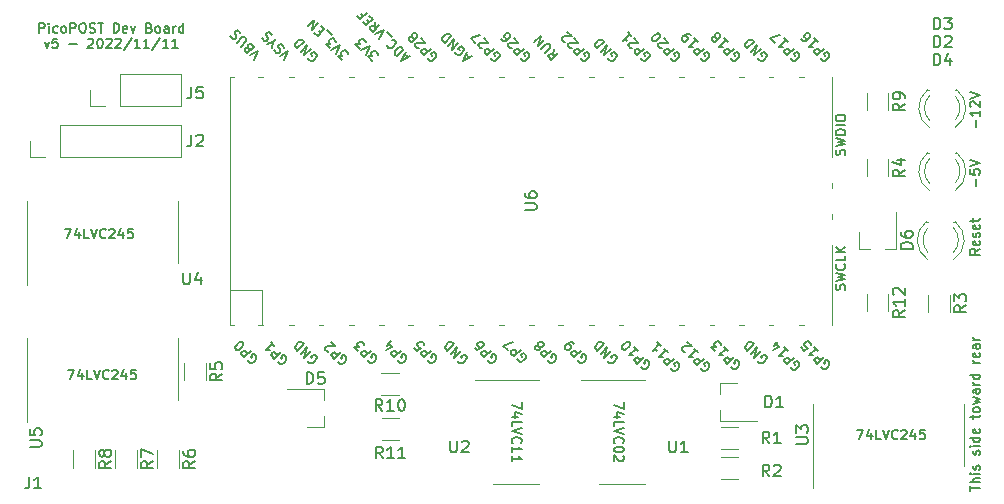
<source format=gbr>
%TF.GenerationSoftware,KiCad,Pcbnew,(6.0.5)*%
%TF.CreationDate,2022-11-12T13:55:10-06:00*%
%TF.ProjectId,ISA rev5,49534120-7265-4763-952e-6b696361645f,rev?*%
%TF.SameCoordinates,Original*%
%TF.FileFunction,Legend,Top*%
%TF.FilePolarity,Positive*%
%FSLAX46Y46*%
G04 Gerber Fmt 4.6, Leading zero omitted, Abs format (unit mm)*
G04 Created by KiCad (PCBNEW (6.0.5)) date 2022-11-12 13:55:10*
%MOMM*%
%LPD*%
G01*
G04 APERTURE LIST*
%ADD10C,0.152400*%
%ADD11C,0.150000*%
%ADD12C,0.120000*%
G04 APERTURE END LIST*
D10*
X156909104Y-135406190D02*
X156909104Y-135948057D01*
X156096304Y-135599714D01*
X156638171Y-136606038D02*
X156096304Y-136606038D01*
X156947809Y-136412514D02*
X156367238Y-136218990D01*
X156367238Y-136722152D01*
X156096304Y-137418838D02*
X156096304Y-137031790D01*
X156909104Y-137031790D01*
X156909104Y-137573657D02*
X156096304Y-137844590D01*
X156909104Y-138115523D01*
X156173714Y-138850914D02*
X156135009Y-138812209D01*
X156096304Y-138696095D01*
X156096304Y-138618685D01*
X156135009Y-138502571D01*
X156212419Y-138425161D01*
X156289828Y-138386457D01*
X156444647Y-138347752D01*
X156560761Y-138347752D01*
X156715580Y-138386457D01*
X156792990Y-138425161D01*
X156870400Y-138502571D01*
X156909104Y-138618685D01*
X156909104Y-138696095D01*
X156870400Y-138812209D01*
X156831695Y-138850914D01*
X156909104Y-139354076D02*
X156909104Y-139431485D01*
X156870400Y-139508895D01*
X156831695Y-139547600D01*
X156754285Y-139586304D01*
X156599466Y-139625009D01*
X156405942Y-139625009D01*
X156251123Y-139586304D01*
X156173714Y-139547600D01*
X156135009Y-139508895D01*
X156096304Y-139431485D01*
X156096304Y-139354076D01*
X156135009Y-139276666D01*
X156173714Y-139237961D01*
X156251123Y-139199257D01*
X156405942Y-139160552D01*
X156599466Y-139160552D01*
X156754285Y-139199257D01*
X156831695Y-139237961D01*
X156870400Y-139276666D01*
X156909104Y-139354076D01*
X156831695Y-139934647D02*
X156870400Y-139973352D01*
X156909104Y-140050761D01*
X156909104Y-140244285D01*
X156870400Y-140321695D01*
X156831695Y-140360400D01*
X156754285Y-140399104D01*
X156676876Y-140399104D01*
X156560761Y-140360400D01*
X156096304Y-139895942D01*
X156096304Y-140399104D01*
X176675142Y-137730895D02*
X177217009Y-137730895D01*
X176868666Y-138543695D01*
X177874990Y-138001828D02*
X177874990Y-138543695D01*
X177681466Y-137692190D02*
X177487942Y-138272761D01*
X177991104Y-138272761D01*
X178687790Y-138543695D02*
X178300742Y-138543695D01*
X178300742Y-137730895D01*
X178842609Y-137730895D02*
X179113542Y-138543695D01*
X179384476Y-137730895D01*
X180119866Y-138466285D02*
X180081161Y-138504990D01*
X179965047Y-138543695D01*
X179887638Y-138543695D01*
X179771523Y-138504990D01*
X179694114Y-138427580D01*
X179655409Y-138350171D01*
X179616704Y-138195352D01*
X179616704Y-138079238D01*
X179655409Y-137924419D01*
X179694114Y-137847009D01*
X179771523Y-137769600D01*
X179887638Y-137730895D01*
X179965047Y-137730895D01*
X180081161Y-137769600D01*
X180119866Y-137808304D01*
X180429504Y-137808304D02*
X180468209Y-137769600D01*
X180545619Y-137730895D01*
X180739142Y-137730895D01*
X180816552Y-137769600D01*
X180855257Y-137808304D01*
X180893961Y-137885714D01*
X180893961Y-137963123D01*
X180855257Y-138079238D01*
X180390800Y-138543695D01*
X180893961Y-138543695D01*
X181590647Y-138001828D02*
X181590647Y-138543695D01*
X181397123Y-137692190D02*
X181203600Y-138272761D01*
X181706761Y-138272761D01*
X182403447Y-137730895D02*
X182016400Y-137730895D01*
X181977695Y-138117942D01*
X182016400Y-138079238D01*
X182093809Y-138040533D01*
X182287333Y-138040533D01*
X182364742Y-138079238D01*
X182403447Y-138117942D01*
X182442152Y-138195352D01*
X182442152Y-138388876D01*
X182403447Y-138466285D01*
X182364742Y-138504990D01*
X182287333Y-138543695D01*
X182093809Y-138543695D01*
X182016400Y-138504990D01*
X181977695Y-138466285D01*
X186244895Y-142919752D02*
X186244895Y-142455295D01*
X187057695Y-142687523D02*
X186244895Y-142687523D01*
X187057695Y-142184361D02*
X186244895Y-142184361D01*
X187057695Y-141836019D02*
X186631942Y-141836019D01*
X186554533Y-141874723D01*
X186515828Y-141952133D01*
X186515828Y-142068247D01*
X186554533Y-142145657D01*
X186593238Y-142184361D01*
X187057695Y-141448971D02*
X186515828Y-141448971D01*
X186244895Y-141448971D02*
X186283600Y-141487676D01*
X186322304Y-141448971D01*
X186283600Y-141410266D01*
X186244895Y-141448971D01*
X186322304Y-141448971D01*
X187018990Y-141100628D02*
X187057695Y-141023219D01*
X187057695Y-140868400D01*
X187018990Y-140790990D01*
X186941580Y-140752285D01*
X186902876Y-140752285D01*
X186825466Y-140790990D01*
X186786761Y-140868400D01*
X186786761Y-140984514D01*
X186748057Y-141061923D01*
X186670647Y-141100628D01*
X186631942Y-141100628D01*
X186554533Y-141061923D01*
X186515828Y-140984514D01*
X186515828Y-140868400D01*
X186554533Y-140790990D01*
X187018990Y-139823371D02*
X187057695Y-139745961D01*
X187057695Y-139591142D01*
X187018990Y-139513733D01*
X186941580Y-139475028D01*
X186902876Y-139475028D01*
X186825466Y-139513733D01*
X186786761Y-139591142D01*
X186786761Y-139707257D01*
X186748057Y-139784666D01*
X186670647Y-139823371D01*
X186631942Y-139823371D01*
X186554533Y-139784666D01*
X186515828Y-139707257D01*
X186515828Y-139591142D01*
X186554533Y-139513733D01*
X187057695Y-139126685D02*
X186515828Y-139126685D01*
X186244895Y-139126685D02*
X186283600Y-139165390D01*
X186322304Y-139126685D01*
X186283600Y-139087980D01*
X186244895Y-139126685D01*
X186322304Y-139126685D01*
X187057695Y-138391295D02*
X186244895Y-138391295D01*
X187018990Y-138391295D02*
X187057695Y-138468704D01*
X187057695Y-138623523D01*
X187018990Y-138700933D01*
X186980285Y-138739638D01*
X186902876Y-138778342D01*
X186670647Y-138778342D01*
X186593238Y-138739638D01*
X186554533Y-138700933D01*
X186515828Y-138623523D01*
X186515828Y-138468704D01*
X186554533Y-138391295D01*
X187018990Y-137694609D02*
X187057695Y-137772019D01*
X187057695Y-137926838D01*
X187018990Y-138004247D01*
X186941580Y-138042952D01*
X186631942Y-138042952D01*
X186554533Y-138004247D01*
X186515828Y-137926838D01*
X186515828Y-137772019D01*
X186554533Y-137694609D01*
X186631942Y-137655904D01*
X186709352Y-137655904D01*
X186786761Y-138042952D01*
X186515828Y-136804400D02*
X186515828Y-136494761D01*
X186244895Y-136688285D02*
X186941580Y-136688285D01*
X187018990Y-136649580D01*
X187057695Y-136572171D01*
X187057695Y-136494761D01*
X187057695Y-136107714D02*
X187018990Y-136185123D01*
X186980285Y-136223828D01*
X186902876Y-136262533D01*
X186670647Y-136262533D01*
X186593238Y-136223828D01*
X186554533Y-136185123D01*
X186515828Y-136107714D01*
X186515828Y-135991600D01*
X186554533Y-135914190D01*
X186593238Y-135875485D01*
X186670647Y-135836780D01*
X186902876Y-135836780D01*
X186980285Y-135875485D01*
X187018990Y-135914190D01*
X187057695Y-135991600D01*
X187057695Y-136107714D01*
X186515828Y-135565847D02*
X187057695Y-135411028D01*
X186670647Y-135256209D01*
X187057695Y-135101390D01*
X186515828Y-134946571D01*
X187057695Y-134288590D02*
X186631942Y-134288590D01*
X186554533Y-134327295D01*
X186515828Y-134404704D01*
X186515828Y-134559523D01*
X186554533Y-134636933D01*
X187018990Y-134288590D02*
X187057695Y-134366000D01*
X187057695Y-134559523D01*
X187018990Y-134636933D01*
X186941580Y-134675638D01*
X186864171Y-134675638D01*
X186786761Y-134636933D01*
X186748057Y-134559523D01*
X186748057Y-134366000D01*
X186709352Y-134288590D01*
X187057695Y-133901542D02*
X186515828Y-133901542D01*
X186670647Y-133901542D02*
X186593238Y-133862838D01*
X186554533Y-133824133D01*
X186515828Y-133746723D01*
X186515828Y-133669314D01*
X187057695Y-133050038D02*
X186244895Y-133050038D01*
X187018990Y-133050038D02*
X187057695Y-133127447D01*
X187057695Y-133282266D01*
X187018990Y-133359676D01*
X186980285Y-133398380D01*
X186902876Y-133437085D01*
X186670647Y-133437085D01*
X186593238Y-133398380D01*
X186554533Y-133359676D01*
X186515828Y-133282266D01*
X186515828Y-133127447D01*
X186554533Y-133050038D01*
X187057695Y-132043714D02*
X186515828Y-132043714D01*
X186670647Y-132043714D02*
X186593238Y-132005009D01*
X186554533Y-131966304D01*
X186515828Y-131888895D01*
X186515828Y-131811485D01*
X187018990Y-131230914D02*
X187057695Y-131308323D01*
X187057695Y-131463142D01*
X187018990Y-131540552D01*
X186941580Y-131579257D01*
X186631942Y-131579257D01*
X186554533Y-131540552D01*
X186515828Y-131463142D01*
X186515828Y-131308323D01*
X186554533Y-131230914D01*
X186631942Y-131192209D01*
X186709352Y-131192209D01*
X186786761Y-131579257D01*
X187057695Y-130495523D02*
X186631942Y-130495523D01*
X186554533Y-130534228D01*
X186515828Y-130611638D01*
X186515828Y-130766457D01*
X186554533Y-130843866D01*
X187018990Y-130495523D02*
X187057695Y-130572933D01*
X187057695Y-130766457D01*
X187018990Y-130843866D01*
X186941580Y-130882571D01*
X186864171Y-130882571D01*
X186786761Y-130843866D01*
X186748057Y-130766457D01*
X186748057Y-130572933D01*
X186709352Y-130495523D01*
X187057695Y-130108476D02*
X186515828Y-130108476D01*
X186670647Y-130108476D02*
X186593238Y-130069771D01*
X186554533Y-130031066D01*
X186515828Y-129953657D01*
X186515828Y-129876247D01*
X109873142Y-132650895D02*
X110415009Y-132650895D01*
X110066666Y-133463695D01*
X111072990Y-132921828D02*
X111072990Y-133463695D01*
X110879466Y-132612190D02*
X110685942Y-133192761D01*
X111189104Y-133192761D01*
X111885790Y-133463695D02*
X111498742Y-133463695D01*
X111498742Y-132650895D01*
X112040609Y-132650895D02*
X112311542Y-133463695D01*
X112582476Y-132650895D01*
X113317866Y-133386285D02*
X113279161Y-133424990D01*
X113163047Y-133463695D01*
X113085638Y-133463695D01*
X112969523Y-133424990D01*
X112892114Y-133347580D01*
X112853409Y-133270171D01*
X112814704Y-133115352D01*
X112814704Y-132999238D01*
X112853409Y-132844419D01*
X112892114Y-132767009D01*
X112969523Y-132689600D01*
X113085638Y-132650895D01*
X113163047Y-132650895D01*
X113279161Y-132689600D01*
X113317866Y-132728304D01*
X113627504Y-132728304D02*
X113666209Y-132689600D01*
X113743619Y-132650895D01*
X113937142Y-132650895D01*
X114014552Y-132689600D01*
X114053257Y-132728304D01*
X114091961Y-132805714D01*
X114091961Y-132883123D01*
X114053257Y-132999238D01*
X113588800Y-133463695D01*
X114091961Y-133463695D01*
X114788647Y-132921828D02*
X114788647Y-133463695D01*
X114595123Y-132612190D02*
X114401600Y-133192761D01*
X114904761Y-133192761D01*
X115601447Y-132650895D02*
X115214400Y-132650895D01*
X115175695Y-133037942D01*
X115214400Y-132999238D01*
X115291809Y-132960533D01*
X115485333Y-132960533D01*
X115562742Y-132999238D01*
X115601447Y-133037942D01*
X115640152Y-133115352D01*
X115640152Y-133308876D01*
X115601447Y-133386285D01*
X115562742Y-133424990D01*
X115485333Y-133463695D01*
X115291809Y-133463695D01*
X115214400Y-133424990D01*
X115175695Y-133386285D01*
X187057695Y-122425580D02*
X186670647Y-122696514D01*
X187057695Y-122890038D02*
X186244895Y-122890038D01*
X186244895Y-122580400D01*
X186283600Y-122502990D01*
X186322304Y-122464285D01*
X186399714Y-122425580D01*
X186515828Y-122425580D01*
X186593238Y-122464285D01*
X186631942Y-122502990D01*
X186670647Y-122580400D01*
X186670647Y-122890038D01*
X187018990Y-121767600D02*
X187057695Y-121845009D01*
X187057695Y-121999828D01*
X187018990Y-122077238D01*
X186941580Y-122115942D01*
X186631942Y-122115942D01*
X186554533Y-122077238D01*
X186515828Y-121999828D01*
X186515828Y-121845009D01*
X186554533Y-121767600D01*
X186631942Y-121728895D01*
X186709352Y-121728895D01*
X186786761Y-122115942D01*
X187018990Y-121419257D02*
X187057695Y-121341847D01*
X187057695Y-121187028D01*
X187018990Y-121109619D01*
X186941580Y-121070914D01*
X186902876Y-121070914D01*
X186825466Y-121109619D01*
X186786761Y-121187028D01*
X186786761Y-121303142D01*
X186748057Y-121380552D01*
X186670647Y-121419257D01*
X186631942Y-121419257D01*
X186554533Y-121380552D01*
X186515828Y-121303142D01*
X186515828Y-121187028D01*
X186554533Y-121109619D01*
X187018990Y-120412933D02*
X187057695Y-120490342D01*
X187057695Y-120645161D01*
X187018990Y-120722571D01*
X186941580Y-120761276D01*
X186631942Y-120761276D01*
X186554533Y-120722571D01*
X186515828Y-120645161D01*
X186515828Y-120490342D01*
X186554533Y-120412933D01*
X186631942Y-120374228D01*
X186709352Y-120374228D01*
X186786761Y-120761276D01*
X186515828Y-120142000D02*
X186515828Y-119832361D01*
X186244895Y-120025885D02*
X186941580Y-120025885D01*
X187018990Y-119987180D01*
X187057695Y-119909771D01*
X187057695Y-119832361D01*
X186748057Y-117084323D02*
X186748057Y-116465047D01*
X186244895Y-115690952D02*
X186244895Y-116078000D01*
X186631942Y-116116704D01*
X186593238Y-116078000D01*
X186554533Y-116000590D01*
X186554533Y-115807066D01*
X186593238Y-115729657D01*
X186631942Y-115690952D01*
X186709352Y-115652247D01*
X186902876Y-115652247D01*
X186980285Y-115690952D01*
X187018990Y-115729657D01*
X187057695Y-115807066D01*
X187057695Y-116000590D01*
X187018990Y-116078000D01*
X186980285Y-116116704D01*
X186244895Y-115420019D02*
X187057695Y-115149085D01*
X186244895Y-114878152D01*
X186748057Y-112130114D02*
X186748057Y-111510838D01*
X187057695Y-110698038D02*
X187057695Y-111162495D01*
X187057695Y-110930266D02*
X186244895Y-110930266D01*
X186361009Y-111007676D01*
X186438419Y-111085085D01*
X186477123Y-111162495D01*
X186322304Y-110388400D02*
X186283600Y-110349695D01*
X186244895Y-110272285D01*
X186244895Y-110078761D01*
X186283600Y-110001352D01*
X186322304Y-109962647D01*
X186399714Y-109923942D01*
X186477123Y-109923942D01*
X186593238Y-109962647D01*
X187057695Y-110427104D01*
X187057695Y-109923942D01*
X186244895Y-109691714D02*
X187057695Y-109420780D01*
X186244895Y-109149847D01*
X107442000Y-104107391D02*
X107442000Y-103294591D01*
X107751638Y-103294591D01*
X107829047Y-103333296D01*
X107867752Y-103372000D01*
X107906457Y-103449410D01*
X107906457Y-103565524D01*
X107867752Y-103642934D01*
X107829047Y-103681638D01*
X107751638Y-103720343D01*
X107442000Y-103720343D01*
X108254800Y-104107391D02*
X108254800Y-103565524D01*
X108254800Y-103294591D02*
X108216095Y-103333296D01*
X108254800Y-103372000D01*
X108293504Y-103333296D01*
X108254800Y-103294591D01*
X108254800Y-103372000D01*
X108990190Y-104068686D02*
X108912780Y-104107391D01*
X108757961Y-104107391D01*
X108680552Y-104068686D01*
X108641847Y-104029981D01*
X108603142Y-103952572D01*
X108603142Y-103720343D01*
X108641847Y-103642934D01*
X108680552Y-103604229D01*
X108757961Y-103565524D01*
X108912780Y-103565524D01*
X108990190Y-103604229D01*
X109454647Y-104107391D02*
X109377238Y-104068686D01*
X109338533Y-104029981D01*
X109299828Y-103952572D01*
X109299828Y-103720343D01*
X109338533Y-103642934D01*
X109377238Y-103604229D01*
X109454647Y-103565524D01*
X109570761Y-103565524D01*
X109648171Y-103604229D01*
X109686876Y-103642934D01*
X109725580Y-103720343D01*
X109725580Y-103952572D01*
X109686876Y-104029981D01*
X109648171Y-104068686D01*
X109570761Y-104107391D01*
X109454647Y-104107391D01*
X110073923Y-104107391D02*
X110073923Y-103294591D01*
X110383561Y-103294591D01*
X110460971Y-103333296D01*
X110499676Y-103372000D01*
X110538380Y-103449410D01*
X110538380Y-103565524D01*
X110499676Y-103642934D01*
X110460971Y-103681638D01*
X110383561Y-103720343D01*
X110073923Y-103720343D01*
X111041542Y-103294591D02*
X111196361Y-103294591D01*
X111273771Y-103333296D01*
X111351180Y-103410705D01*
X111389885Y-103565524D01*
X111389885Y-103836457D01*
X111351180Y-103991276D01*
X111273771Y-104068686D01*
X111196361Y-104107391D01*
X111041542Y-104107391D01*
X110964133Y-104068686D01*
X110886723Y-103991276D01*
X110848019Y-103836457D01*
X110848019Y-103565524D01*
X110886723Y-103410705D01*
X110964133Y-103333296D01*
X111041542Y-103294591D01*
X111699523Y-104068686D02*
X111815638Y-104107391D01*
X112009161Y-104107391D01*
X112086571Y-104068686D01*
X112125276Y-104029981D01*
X112163980Y-103952572D01*
X112163980Y-103875162D01*
X112125276Y-103797753D01*
X112086571Y-103759048D01*
X112009161Y-103720343D01*
X111854342Y-103681638D01*
X111776933Y-103642934D01*
X111738228Y-103604229D01*
X111699523Y-103526819D01*
X111699523Y-103449410D01*
X111738228Y-103372000D01*
X111776933Y-103333296D01*
X111854342Y-103294591D01*
X112047866Y-103294591D01*
X112163980Y-103333296D01*
X112396209Y-103294591D02*
X112860666Y-103294591D01*
X112628438Y-104107391D02*
X112628438Y-103294591D01*
X113750876Y-104107391D02*
X113750876Y-103294591D01*
X113944400Y-103294591D01*
X114060514Y-103333296D01*
X114137923Y-103410705D01*
X114176628Y-103488115D01*
X114215333Y-103642934D01*
X114215333Y-103759048D01*
X114176628Y-103913867D01*
X114137923Y-103991276D01*
X114060514Y-104068686D01*
X113944400Y-104107391D01*
X113750876Y-104107391D01*
X114873314Y-104068686D02*
X114795904Y-104107391D01*
X114641085Y-104107391D01*
X114563676Y-104068686D01*
X114524971Y-103991276D01*
X114524971Y-103681638D01*
X114563676Y-103604229D01*
X114641085Y-103565524D01*
X114795904Y-103565524D01*
X114873314Y-103604229D01*
X114912019Y-103681638D01*
X114912019Y-103759048D01*
X114524971Y-103836457D01*
X115182952Y-103565524D02*
X115376476Y-104107391D01*
X115570000Y-103565524D01*
X116769847Y-103681638D02*
X116885961Y-103720343D01*
X116924666Y-103759048D01*
X116963371Y-103836457D01*
X116963371Y-103952572D01*
X116924666Y-104029981D01*
X116885961Y-104068686D01*
X116808552Y-104107391D01*
X116498914Y-104107391D01*
X116498914Y-103294591D01*
X116769847Y-103294591D01*
X116847257Y-103333296D01*
X116885961Y-103372000D01*
X116924666Y-103449410D01*
X116924666Y-103526819D01*
X116885961Y-103604229D01*
X116847257Y-103642934D01*
X116769847Y-103681638D01*
X116498914Y-103681638D01*
X117427828Y-104107391D02*
X117350419Y-104068686D01*
X117311714Y-104029981D01*
X117273009Y-103952572D01*
X117273009Y-103720343D01*
X117311714Y-103642934D01*
X117350419Y-103604229D01*
X117427828Y-103565524D01*
X117543942Y-103565524D01*
X117621352Y-103604229D01*
X117660057Y-103642934D01*
X117698761Y-103720343D01*
X117698761Y-103952572D01*
X117660057Y-104029981D01*
X117621352Y-104068686D01*
X117543942Y-104107391D01*
X117427828Y-104107391D01*
X118395447Y-104107391D02*
X118395447Y-103681638D01*
X118356742Y-103604229D01*
X118279333Y-103565524D01*
X118124514Y-103565524D01*
X118047104Y-103604229D01*
X118395447Y-104068686D02*
X118318038Y-104107391D01*
X118124514Y-104107391D01*
X118047104Y-104068686D01*
X118008400Y-103991276D01*
X118008400Y-103913867D01*
X118047104Y-103836457D01*
X118124514Y-103797753D01*
X118318038Y-103797753D01*
X118395447Y-103759048D01*
X118782495Y-104107391D02*
X118782495Y-103565524D01*
X118782495Y-103720343D02*
X118821200Y-103642934D01*
X118859904Y-103604229D01*
X118937314Y-103565524D01*
X119014723Y-103565524D01*
X119634000Y-104107391D02*
X119634000Y-103294591D01*
X119634000Y-104068686D02*
X119556590Y-104107391D01*
X119401771Y-104107391D01*
X119324361Y-104068686D01*
X119285657Y-104029981D01*
X119246952Y-103952572D01*
X119246952Y-103720343D01*
X119285657Y-103642934D01*
X119324361Y-103604229D01*
X119401771Y-103565524D01*
X119556590Y-103565524D01*
X119634000Y-103604229D01*
X107887104Y-104874132D02*
X108080628Y-105415999D01*
X108274152Y-104874132D01*
X108970838Y-104603199D02*
X108583790Y-104603199D01*
X108545085Y-104990246D01*
X108583790Y-104951542D01*
X108661200Y-104912837D01*
X108854723Y-104912837D01*
X108932133Y-104951542D01*
X108970838Y-104990246D01*
X109009542Y-105067656D01*
X109009542Y-105261180D01*
X108970838Y-105338589D01*
X108932133Y-105377294D01*
X108854723Y-105415999D01*
X108661200Y-105415999D01*
X108583790Y-105377294D01*
X108545085Y-105338589D01*
X109977161Y-105106361D02*
X110596438Y-105106361D01*
X111564057Y-104680608D02*
X111602761Y-104641904D01*
X111680171Y-104603199D01*
X111873695Y-104603199D01*
X111951104Y-104641904D01*
X111989809Y-104680608D01*
X112028514Y-104758018D01*
X112028514Y-104835427D01*
X111989809Y-104951542D01*
X111525352Y-105415999D01*
X112028514Y-105415999D01*
X112531676Y-104603199D02*
X112609085Y-104603199D01*
X112686495Y-104641904D01*
X112725200Y-104680608D01*
X112763904Y-104758018D01*
X112802609Y-104912837D01*
X112802609Y-105106361D01*
X112763904Y-105261180D01*
X112725200Y-105338589D01*
X112686495Y-105377294D01*
X112609085Y-105415999D01*
X112531676Y-105415999D01*
X112454266Y-105377294D01*
X112415561Y-105338589D01*
X112376857Y-105261180D01*
X112338152Y-105106361D01*
X112338152Y-104912837D01*
X112376857Y-104758018D01*
X112415561Y-104680608D01*
X112454266Y-104641904D01*
X112531676Y-104603199D01*
X113112247Y-104680608D02*
X113150952Y-104641904D01*
X113228361Y-104603199D01*
X113421885Y-104603199D01*
X113499295Y-104641904D01*
X113538000Y-104680608D01*
X113576704Y-104758018D01*
X113576704Y-104835427D01*
X113538000Y-104951542D01*
X113073542Y-105415999D01*
X113576704Y-105415999D01*
X113886342Y-104680608D02*
X113925047Y-104641904D01*
X114002457Y-104603199D01*
X114195980Y-104603199D01*
X114273390Y-104641904D01*
X114312095Y-104680608D01*
X114350800Y-104758018D01*
X114350800Y-104835427D01*
X114312095Y-104951542D01*
X113847638Y-105415999D01*
X114350800Y-105415999D01*
X115279714Y-104564494D02*
X114583028Y-105609523D01*
X115976400Y-105415999D02*
X115511942Y-105415999D01*
X115744171Y-105415999D02*
X115744171Y-104603199D01*
X115666761Y-104719313D01*
X115589352Y-104796723D01*
X115511942Y-104835427D01*
X116750495Y-105415999D02*
X116286038Y-105415999D01*
X116518266Y-105415999D02*
X116518266Y-104603199D01*
X116440857Y-104719313D01*
X116363447Y-104796723D01*
X116286038Y-104835427D01*
X117679409Y-104564494D02*
X116982723Y-105609523D01*
X118376095Y-105415999D02*
X117911638Y-105415999D01*
X118143866Y-105415999D02*
X118143866Y-104603199D01*
X118066457Y-104719313D01*
X117989047Y-104796723D01*
X117911638Y-104835427D01*
X119150190Y-105415999D02*
X118685733Y-105415999D01*
X118917961Y-105415999D02*
X118917961Y-104603199D01*
X118840552Y-104719313D01*
X118763142Y-104796723D01*
X118685733Y-104835427D01*
X148273104Y-135406190D02*
X148273104Y-135948057D01*
X147460304Y-135599714D01*
X148002171Y-136606038D02*
X147460304Y-136606038D01*
X148311809Y-136412514D02*
X147731238Y-136218990D01*
X147731238Y-136722152D01*
X147460304Y-137418838D02*
X147460304Y-137031790D01*
X148273104Y-137031790D01*
X148273104Y-137573657D02*
X147460304Y-137844590D01*
X148273104Y-138115523D01*
X147537714Y-138850914D02*
X147499009Y-138812209D01*
X147460304Y-138696095D01*
X147460304Y-138618685D01*
X147499009Y-138502571D01*
X147576419Y-138425161D01*
X147653828Y-138386457D01*
X147808647Y-138347752D01*
X147924761Y-138347752D01*
X148079580Y-138386457D01*
X148156990Y-138425161D01*
X148234400Y-138502571D01*
X148273104Y-138618685D01*
X148273104Y-138696095D01*
X148234400Y-138812209D01*
X148195695Y-138850914D01*
X147460304Y-139625009D02*
X147460304Y-139160552D01*
X147460304Y-139392780D02*
X148273104Y-139392780D01*
X148156990Y-139315371D01*
X148079580Y-139237961D01*
X148040876Y-139160552D01*
X147460304Y-140399104D02*
X147460304Y-139934647D01*
X147460304Y-140166876D02*
X148273104Y-140166876D01*
X148156990Y-140089466D01*
X148079580Y-140012057D01*
X148040876Y-139934647D01*
X109619142Y-120712895D02*
X110161009Y-120712895D01*
X109812666Y-121525695D01*
X110818990Y-120983828D02*
X110818990Y-121525695D01*
X110625466Y-120674190D02*
X110431942Y-121254761D01*
X110935104Y-121254761D01*
X111631790Y-121525695D02*
X111244742Y-121525695D01*
X111244742Y-120712895D01*
X111786609Y-120712895D02*
X112057542Y-121525695D01*
X112328476Y-120712895D01*
X113063866Y-121448285D02*
X113025161Y-121486990D01*
X112909047Y-121525695D01*
X112831638Y-121525695D01*
X112715523Y-121486990D01*
X112638114Y-121409580D01*
X112599409Y-121332171D01*
X112560704Y-121177352D01*
X112560704Y-121061238D01*
X112599409Y-120906419D01*
X112638114Y-120829009D01*
X112715523Y-120751600D01*
X112831638Y-120712895D01*
X112909047Y-120712895D01*
X113025161Y-120751600D01*
X113063866Y-120790304D01*
X113373504Y-120790304D02*
X113412209Y-120751600D01*
X113489619Y-120712895D01*
X113683142Y-120712895D01*
X113760552Y-120751600D01*
X113799257Y-120790304D01*
X113837961Y-120867714D01*
X113837961Y-120945123D01*
X113799257Y-121061238D01*
X113334800Y-121525695D01*
X113837961Y-121525695D01*
X114534647Y-120983828D02*
X114534647Y-121525695D01*
X114341123Y-120674190D02*
X114147600Y-121254761D01*
X114650761Y-121254761D01*
X115347447Y-120712895D02*
X114960400Y-120712895D01*
X114921695Y-121099942D01*
X114960400Y-121061238D01*
X115037809Y-121022533D01*
X115231333Y-121022533D01*
X115308742Y-121061238D01*
X115347447Y-121099942D01*
X115386152Y-121177352D01*
X115386152Y-121370876D01*
X115347447Y-121448285D01*
X115308742Y-121486990D01*
X115231333Y-121525695D01*
X115037809Y-121525695D01*
X114960400Y-121486990D01*
X114921695Y-121448285D01*
D11*
%TO.C,J5*%
X120316666Y-108672380D02*
X120316666Y-109386666D01*
X120269047Y-109529523D01*
X120173809Y-109624761D01*
X120030952Y-109672380D01*
X119935714Y-109672380D01*
X121269047Y-108672380D02*
X120792857Y-108672380D01*
X120745238Y-109148571D01*
X120792857Y-109100952D01*
X120888095Y-109053333D01*
X121126190Y-109053333D01*
X121221428Y-109100952D01*
X121269047Y-109148571D01*
X121316666Y-109243809D01*
X121316666Y-109481904D01*
X121269047Y-109577142D01*
X121221428Y-109624761D01*
X121126190Y-109672380D01*
X120888095Y-109672380D01*
X120792857Y-109624761D01*
X120745238Y-109577142D01*
%TO.C,U4*%
X119634095Y-124420380D02*
X119634095Y-125229904D01*
X119681714Y-125325142D01*
X119729333Y-125372761D01*
X119824571Y-125420380D01*
X120015047Y-125420380D01*
X120110285Y-125372761D01*
X120157904Y-125325142D01*
X120205523Y-125229904D01*
X120205523Y-124420380D01*
X121110285Y-124753714D02*
X121110285Y-125420380D01*
X120872190Y-124372761D02*
X120634095Y-125087047D01*
X121253142Y-125087047D01*
%TO.C,R2*%
X169251333Y-141676380D02*
X168918000Y-141200190D01*
X168679904Y-141676380D02*
X168679904Y-140676380D01*
X169060857Y-140676380D01*
X169156095Y-140724000D01*
X169203714Y-140771619D01*
X169251333Y-140866857D01*
X169251333Y-141009714D01*
X169203714Y-141104952D01*
X169156095Y-141152571D01*
X169060857Y-141200190D01*
X168679904Y-141200190D01*
X169632285Y-140771619D02*
X169679904Y-140724000D01*
X169775142Y-140676380D01*
X170013238Y-140676380D01*
X170108476Y-140724000D01*
X170156095Y-140771619D01*
X170203714Y-140866857D01*
X170203714Y-140962095D01*
X170156095Y-141104952D01*
X169584666Y-141676380D01*
X170203714Y-141676380D01*
%TO.C,R3*%
X185914380Y-127192666D02*
X185438190Y-127526000D01*
X185914380Y-127764095D02*
X184914380Y-127764095D01*
X184914380Y-127383142D01*
X184962000Y-127287904D01*
X185009619Y-127240285D01*
X185104857Y-127192666D01*
X185247714Y-127192666D01*
X185342952Y-127240285D01*
X185390571Y-127287904D01*
X185438190Y-127383142D01*
X185438190Y-127764095D01*
X184914380Y-126859333D02*
X184914380Y-126240285D01*
X185295333Y-126573619D01*
X185295333Y-126430761D01*
X185342952Y-126335523D01*
X185390571Y-126287904D01*
X185485809Y-126240285D01*
X185723904Y-126240285D01*
X185819142Y-126287904D01*
X185866761Y-126335523D01*
X185914380Y-126430761D01*
X185914380Y-126716476D01*
X185866761Y-126811714D01*
X185819142Y-126859333D01*
%TO.C,U3*%
X171526380Y-138937904D02*
X172335904Y-138937904D01*
X172431142Y-138890285D01*
X172478761Y-138842666D01*
X172526380Y-138747428D01*
X172526380Y-138556952D01*
X172478761Y-138461714D01*
X172431142Y-138414095D01*
X172335904Y-138366476D01*
X171526380Y-138366476D01*
X171526380Y-137985523D02*
X171526380Y-137366476D01*
X171907333Y-137699809D01*
X171907333Y-137556952D01*
X171954952Y-137461714D01*
X172002571Y-137414095D01*
X172097809Y-137366476D01*
X172335904Y-137366476D01*
X172431142Y-137414095D01*
X172478761Y-137461714D01*
X172526380Y-137556952D01*
X172526380Y-137842666D01*
X172478761Y-137937904D01*
X172431142Y-137985523D01*
%TO.C,R11*%
X136517142Y-140152380D02*
X136183809Y-139676190D01*
X135945714Y-140152380D02*
X135945714Y-139152380D01*
X136326666Y-139152380D01*
X136421904Y-139200000D01*
X136469523Y-139247619D01*
X136517142Y-139342857D01*
X136517142Y-139485714D01*
X136469523Y-139580952D01*
X136421904Y-139628571D01*
X136326666Y-139676190D01*
X135945714Y-139676190D01*
X137469523Y-140152380D02*
X136898095Y-140152380D01*
X137183809Y-140152380D02*
X137183809Y-139152380D01*
X137088571Y-139295238D01*
X136993333Y-139390476D01*
X136898095Y-139438095D01*
X138421904Y-140152380D02*
X137850476Y-140152380D01*
X138136190Y-140152380D02*
X138136190Y-139152380D01*
X138040952Y-139295238D01*
X137945714Y-139390476D01*
X137850476Y-139438095D01*
%TO.C,D5*%
X130071904Y-133842380D02*
X130071904Y-132842380D01*
X130310000Y-132842380D01*
X130452857Y-132890000D01*
X130548095Y-132985238D01*
X130595714Y-133080476D01*
X130643333Y-133270952D01*
X130643333Y-133413809D01*
X130595714Y-133604285D01*
X130548095Y-133699523D01*
X130452857Y-133794761D01*
X130310000Y-133842380D01*
X130071904Y-133842380D01*
X131548095Y-132842380D02*
X131071904Y-132842380D01*
X131024285Y-133318571D01*
X131071904Y-133270952D01*
X131167142Y-133223333D01*
X131405238Y-133223333D01*
X131500476Y-133270952D01*
X131548095Y-133318571D01*
X131595714Y-133413809D01*
X131595714Y-133651904D01*
X131548095Y-133747142D01*
X131500476Y-133794761D01*
X131405238Y-133842380D01*
X131167142Y-133842380D01*
X131071904Y-133794761D01*
X131024285Y-133747142D01*
%TO.C,U6*%
X148550380Y-119125904D02*
X149359904Y-119125904D01*
X149455142Y-119078285D01*
X149502761Y-119030666D01*
X149550380Y-118935428D01*
X149550380Y-118744952D01*
X149502761Y-118649714D01*
X149455142Y-118602095D01*
X149359904Y-118554476D01*
X148550380Y-118554476D01*
X148550380Y-117649714D02*
X148550380Y-117840190D01*
X148598000Y-117935428D01*
X148645619Y-117983047D01*
X148788476Y-118078285D01*
X148978952Y-118125904D01*
X149359904Y-118125904D01*
X149455142Y-118078285D01*
X149502761Y-118030666D01*
X149550380Y-117935428D01*
X149550380Y-117744952D01*
X149502761Y-117649714D01*
X149455142Y-117602095D01*
X149359904Y-117554476D01*
X149121809Y-117554476D01*
X149026571Y-117602095D01*
X148978952Y-117649714D01*
X148931333Y-117744952D01*
X148931333Y-117935428D01*
X148978952Y-118030666D01*
X149026571Y-118078285D01*
X149121809Y-118125904D01*
X160918592Y-106266277D02*
X160945529Y-106347089D01*
X161026341Y-106427902D01*
X161134091Y-106481776D01*
X161241841Y-106481776D01*
X161322653Y-106454839D01*
X161457340Y-106374027D01*
X161538152Y-106293215D01*
X161618964Y-106158528D01*
X161645902Y-106077715D01*
X161645902Y-105969966D01*
X161592027Y-105862216D01*
X161538152Y-105808341D01*
X161430402Y-105754467D01*
X161376528Y-105754467D01*
X161187966Y-105943028D01*
X161295715Y-106050778D01*
X161187966Y-105458155D02*
X160622280Y-106023841D01*
X160406781Y-105808341D01*
X160379844Y-105727529D01*
X160379844Y-105673654D01*
X160406781Y-105592842D01*
X160487593Y-105512030D01*
X160568406Y-105485093D01*
X160622280Y-105485093D01*
X160703093Y-105512030D01*
X160918592Y-105727529D01*
X160137407Y-105431218D02*
X160083532Y-105431218D01*
X160002720Y-105404280D01*
X159868033Y-105269593D01*
X159841096Y-105188781D01*
X159841096Y-105134906D01*
X159868033Y-105054094D01*
X159921908Y-105000219D01*
X160029658Y-104946345D01*
X160676155Y-104946345D01*
X160325969Y-104596158D01*
X159410097Y-104811658D02*
X159356223Y-104757783D01*
X159329285Y-104676971D01*
X159329285Y-104623096D01*
X159356223Y-104542284D01*
X159437035Y-104407597D01*
X159571722Y-104272910D01*
X159706409Y-104192097D01*
X159787221Y-104165160D01*
X159841096Y-104165160D01*
X159921908Y-104192097D01*
X159975783Y-104245972D01*
X160002720Y-104326784D01*
X160002720Y-104380659D01*
X159975783Y-104461471D01*
X159894971Y-104596158D01*
X159760284Y-104730845D01*
X159625597Y-104811658D01*
X159544784Y-104838595D01*
X159490910Y-104838595D01*
X159410097Y-104811658D01*
X125625309Y-106410870D02*
X126002433Y-105656622D01*
X125248186Y-106033746D01*
X125140436Y-105387248D02*
X125086561Y-105279499D01*
X125086561Y-105225624D01*
X125113499Y-105144812D01*
X125194311Y-105064000D01*
X125275123Y-105037062D01*
X125328998Y-105037062D01*
X125409810Y-105064000D01*
X125625309Y-105279499D01*
X125059624Y-105845184D01*
X124871062Y-105656622D01*
X124844125Y-105575810D01*
X124844125Y-105521935D01*
X124871062Y-105441123D01*
X124924937Y-105387248D01*
X125005749Y-105360311D01*
X125059624Y-105360311D01*
X125140436Y-105387248D01*
X125328998Y-105575810D01*
X124493938Y-105279499D02*
X124951874Y-104821563D01*
X124978812Y-104740751D01*
X124978812Y-104686876D01*
X124951874Y-104606064D01*
X124844125Y-104498314D01*
X124763312Y-104471377D01*
X124709438Y-104471377D01*
X124628625Y-104498314D01*
X124170690Y-104956250D01*
X124467001Y-104175065D02*
X124413126Y-104067316D01*
X124278439Y-103932629D01*
X124197627Y-103905691D01*
X124143752Y-103905691D01*
X124062940Y-103932629D01*
X124009065Y-103986503D01*
X123982128Y-104067316D01*
X123982128Y-104121190D01*
X124009065Y-104202003D01*
X124089877Y-104336690D01*
X124116815Y-104417502D01*
X124116815Y-104471377D01*
X124089877Y-104552189D01*
X124036003Y-104606064D01*
X123955190Y-104633001D01*
X123901316Y-104633001D01*
X123820503Y-104606064D01*
X123685816Y-104471377D01*
X123631942Y-104363627D01*
X173618592Y-132374277D02*
X173645529Y-132455089D01*
X173726341Y-132535902D01*
X173834091Y-132589776D01*
X173941841Y-132589776D01*
X174022653Y-132562839D01*
X174157340Y-132482027D01*
X174238152Y-132401215D01*
X174318964Y-132266528D01*
X174345902Y-132185715D01*
X174345902Y-132077966D01*
X174292027Y-131970216D01*
X174238152Y-131916341D01*
X174130402Y-131862467D01*
X174076528Y-131862467D01*
X173887966Y-132051028D01*
X173995715Y-132158778D01*
X173887966Y-131566155D02*
X173322280Y-132131841D01*
X173106781Y-131916341D01*
X173079844Y-131835529D01*
X173079844Y-131781654D01*
X173106781Y-131700842D01*
X173187593Y-131620030D01*
X173268406Y-131593093D01*
X173322280Y-131593093D01*
X173403093Y-131620030D01*
X173618592Y-131835529D01*
X173025969Y-130704158D02*
X173349218Y-131027407D01*
X173187593Y-130865783D02*
X172621908Y-131431468D01*
X172756595Y-131404531D01*
X172864345Y-131404531D01*
X172945157Y-131431468D01*
X171948473Y-130758033D02*
X172217847Y-131027407D01*
X172514158Y-130784971D01*
X172460284Y-130784971D01*
X172379471Y-130758033D01*
X172244784Y-130623346D01*
X172217847Y-130542534D01*
X172217847Y-130488659D01*
X172244784Y-130407847D01*
X172379471Y-130273160D01*
X172460284Y-130246223D01*
X172514158Y-130246223D01*
X172594971Y-130273160D01*
X172729658Y-130407847D01*
X172756595Y-130488659D01*
X172756595Y-130542534D01*
X145688592Y-106266277D02*
X145715529Y-106347089D01*
X145796341Y-106427902D01*
X145904091Y-106481776D01*
X146011841Y-106481776D01*
X146092653Y-106454839D01*
X146227340Y-106374027D01*
X146308152Y-106293215D01*
X146388964Y-106158528D01*
X146415902Y-106077715D01*
X146415902Y-105969966D01*
X146362027Y-105862216D01*
X146308152Y-105808341D01*
X146200402Y-105754467D01*
X146146528Y-105754467D01*
X145957966Y-105943028D01*
X146065715Y-106050778D01*
X145957966Y-105458155D02*
X145392280Y-106023841D01*
X145176781Y-105808341D01*
X145149844Y-105727529D01*
X145149844Y-105673654D01*
X145176781Y-105592842D01*
X145257593Y-105512030D01*
X145338406Y-105485093D01*
X145392280Y-105485093D01*
X145473093Y-105512030D01*
X145688592Y-105727529D01*
X144907407Y-105431218D02*
X144853532Y-105431218D01*
X144772720Y-105404280D01*
X144638033Y-105269593D01*
X144611096Y-105188781D01*
X144611096Y-105134906D01*
X144638033Y-105054094D01*
X144691908Y-105000219D01*
X144799658Y-104946345D01*
X145446155Y-104946345D01*
X145095969Y-104596158D01*
X144341722Y-104973282D02*
X143964598Y-104596158D01*
X144772720Y-104272910D01*
X135588592Y-106474152D02*
X135238406Y-106123966D01*
X135642467Y-106097028D01*
X135561654Y-106016216D01*
X135534717Y-105935404D01*
X135534717Y-105881529D01*
X135561654Y-105800717D01*
X135696341Y-105666030D01*
X135777154Y-105639093D01*
X135831028Y-105639093D01*
X135911841Y-105666030D01*
X136073465Y-105827654D01*
X136100402Y-105908467D01*
X136100402Y-105962341D01*
X135076781Y-105962341D02*
X135453905Y-105208094D01*
X134699658Y-105585218D01*
X134564971Y-105450531D02*
X134214784Y-105100345D01*
X134618845Y-105073407D01*
X134538033Y-104992595D01*
X134511096Y-104911783D01*
X134511096Y-104857908D01*
X134538033Y-104777096D01*
X134672720Y-104642409D01*
X134753532Y-104615471D01*
X134807407Y-104615471D01*
X134888219Y-104642409D01*
X135049844Y-104804033D01*
X135076781Y-104884845D01*
X135076781Y-104938720D01*
X171078592Y-106266277D02*
X171105529Y-106347089D01*
X171186341Y-106427902D01*
X171294091Y-106481776D01*
X171401841Y-106481776D01*
X171482653Y-106454839D01*
X171617340Y-106374027D01*
X171698152Y-106293215D01*
X171778964Y-106158528D01*
X171805902Y-106077715D01*
X171805902Y-105969966D01*
X171752027Y-105862216D01*
X171698152Y-105808341D01*
X171590402Y-105754467D01*
X171536528Y-105754467D01*
X171347966Y-105943028D01*
X171455715Y-106050778D01*
X171347966Y-105458155D02*
X170782280Y-106023841D01*
X170566781Y-105808341D01*
X170539844Y-105727529D01*
X170539844Y-105673654D01*
X170566781Y-105592842D01*
X170647593Y-105512030D01*
X170728406Y-105485093D01*
X170782280Y-105485093D01*
X170863093Y-105512030D01*
X171078592Y-105727529D01*
X170485969Y-104596158D02*
X170809218Y-104919407D01*
X170647593Y-104757783D02*
X170081908Y-105323468D01*
X170216595Y-105296531D01*
X170324345Y-105296531D01*
X170405157Y-105323468D01*
X169731722Y-104973282D02*
X169354598Y-104596158D01*
X170162720Y-104272910D01*
X155596155Y-106277841D02*
X155623093Y-106358653D01*
X155703905Y-106439465D01*
X155811654Y-106493340D01*
X155919404Y-106493340D01*
X156000216Y-106466402D01*
X156134903Y-106385590D01*
X156215715Y-106304778D01*
X156296528Y-106170091D01*
X156323465Y-106089279D01*
X156323465Y-105981529D01*
X156269590Y-105873780D01*
X156215715Y-105819905D01*
X156107966Y-105766030D01*
X156054091Y-105766030D01*
X155865529Y-105954592D01*
X155973279Y-106062341D01*
X155865529Y-105469719D02*
X155299844Y-106035404D01*
X155542280Y-105146470D01*
X154976595Y-105712155D01*
X155272906Y-104877096D02*
X154707221Y-105442781D01*
X154572534Y-105308094D01*
X154518659Y-105200345D01*
X154518659Y-105092595D01*
X154545597Y-105011783D01*
X154626409Y-104877096D01*
X154707221Y-104796284D01*
X154841908Y-104715471D01*
X154922720Y-104688534D01*
X155030470Y-104688534D01*
X155138219Y-104742409D01*
X155272906Y-104877096D01*
X151041435Y-105525624D02*
X150960622Y-105983560D01*
X151364683Y-105848873D02*
X150798998Y-106414558D01*
X150583499Y-106199059D01*
X150556561Y-106118247D01*
X150556561Y-106064372D01*
X150583499Y-105983560D01*
X150664311Y-105902748D01*
X150745123Y-105875810D01*
X150798998Y-105875810D01*
X150879810Y-105902748D01*
X151095309Y-106118247D01*
X150233312Y-105848873D02*
X150691248Y-105390937D01*
X150718186Y-105310125D01*
X150718186Y-105256250D01*
X150691248Y-105175438D01*
X150583499Y-105067688D01*
X150502687Y-105040751D01*
X150448812Y-105040751D01*
X150368000Y-105067688D01*
X149910064Y-105525624D01*
X150206375Y-104690564D02*
X149640690Y-105256250D01*
X149883126Y-104367316D01*
X149317441Y-104933001D01*
X165998592Y-106266277D02*
X166025529Y-106347089D01*
X166106341Y-106427902D01*
X166214091Y-106481776D01*
X166321841Y-106481776D01*
X166402653Y-106454839D01*
X166537340Y-106374027D01*
X166618152Y-106293215D01*
X166698964Y-106158528D01*
X166725902Y-106077715D01*
X166725902Y-105969966D01*
X166672027Y-105862216D01*
X166618152Y-105808341D01*
X166510402Y-105754467D01*
X166456528Y-105754467D01*
X166267966Y-105943028D01*
X166375715Y-106050778D01*
X166267966Y-105458155D02*
X165702280Y-106023841D01*
X165486781Y-105808341D01*
X165459844Y-105727529D01*
X165459844Y-105673654D01*
X165486781Y-105592842D01*
X165567593Y-105512030D01*
X165648406Y-105485093D01*
X165702280Y-105485093D01*
X165783093Y-105512030D01*
X165998592Y-105727529D01*
X165405969Y-104596158D02*
X165729218Y-104919407D01*
X165567593Y-104757783D02*
X165001908Y-105323468D01*
X165136595Y-105296531D01*
X165244345Y-105296531D01*
X165325157Y-105323468D01*
X164759471Y-104596158D02*
X164786409Y-104676971D01*
X164786409Y-104730845D01*
X164759471Y-104811658D01*
X164732534Y-104838595D01*
X164651722Y-104865532D01*
X164597847Y-104865532D01*
X164517035Y-104838595D01*
X164409285Y-104730845D01*
X164382348Y-104650033D01*
X164382348Y-104596158D01*
X164409285Y-104515346D01*
X164436223Y-104488409D01*
X164517035Y-104461471D01*
X164570910Y-104461471D01*
X164651722Y-104488409D01*
X164759471Y-104596158D01*
X164840284Y-104623096D01*
X164894158Y-104623096D01*
X164974971Y-104596158D01*
X165082720Y-104488409D01*
X165109658Y-104407597D01*
X165109658Y-104353722D01*
X165082720Y-104272910D01*
X164974971Y-104165160D01*
X164894158Y-104138223D01*
X164840284Y-104138223D01*
X164759471Y-104165160D01*
X164651722Y-104272910D01*
X164624784Y-104353722D01*
X164624784Y-104407597D01*
X164651722Y-104488409D01*
X168296155Y-131877841D02*
X168323093Y-131958653D01*
X168403905Y-132039465D01*
X168511654Y-132093340D01*
X168619404Y-132093340D01*
X168700216Y-132066402D01*
X168834903Y-131985590D01*
X168915715Y-131904778D01*
X168996528Y-131770091D01*
X169023465Y-131689279D01*
X169023465Y-131581529D01*
X168969590Y-131473780D01*
X168915715Y-131419905D01*
X168807966Y-131366030D01*
X168754091Y-131366030D01*
X168565529Y-131554592D01*
X168673279Y-131662341D01*
X168565529Y-131069719D02*
X167999844Y-131635404D01*
X168242280Y-130746470D01*
X167676595Y-131312155D01*
X167972906Y-130477096D02*
X167407221Y-131042781D01*
X167272534Y-130908094D01*
X167218659Y-130800345D01*
X167218659Y-130692595D01*
X167245597Y-130611783D01*
X167326409Y-130477096D01*
X167407221Y-130396284D01*
X167541908Y-130315471D01*
X167622720Y-130288534D01*
X167730470Y-130288534D01*
X167838219Y-130342409D01*
X167972906Y-130477096D01*
X165998592Y-132374277D02*
X166025529Y-132455089D01*
X166106341Y-132535902D01*
X166214091Y-132589776D01*
X166321841Y-132589776D01*
X166402653Y-132562839D01*
X166537340Y-132482027D01*
X166618152Y-132401215D01*
X166698964Y-132266528D01*
X166725902Y-132185715D01*
X166725902Y-132077966D01*
X166672027Y-131970216D01*
X166618152Y-131916341D01*
X166510402Y-131862467D01*
X166456528Y-131862467D01*
X166267966Y-132051028D01*
X166375715Y-132158778D01*
X166267966Y-131566155D02*
X165702280Y-132131841D01*
X165486781Y-131916341D01*
X165459844Y-131835529D01*
X165459844Y-131781654D01*
X165486781Y-131700842D01*
X165567593Y-131620030D01*
X165648406Y-131593093D01*
X165702280Y-131593093D01*
X165783093Y-131620030D01*
X165998592Y-131835529D01*
X165405969Y-130704158D02*
X165729218Y-131027407D01*
X165567593Y-130865783D02*
X165001908Y-131431468D01*
X165136595Y-131404531D01*
X165244345Y-131404531D01*
X165325157Y-131431468D01*
X164651722Y-131081282D02*
X164301536Y-130731096D01*
X164705597Y-130704158D01*
X164624784Y-130623346D01*
X164597847Y-130542534D01*
X164597847Y-130488659D01*
X164624784Y-130407847D01*
X164759471Y-130273160D01*
X164840284Y-130246223D01*
X164894158Y-130246223D01*
X164974971Y-130273160D01*
X165136595Y-130434784D01*
X165163532Y-130515597D01*
X165163532Y-130569471D01*
X150489218Y-131850903D02*
X150516155Y-131931715D01*
X150596967Y-132012528D01*
X150704717Y-132066402D01*
X150812467Y-132066402D01*
X150893279Y-132039465D01*
X151027966Y-131958653D01*
X151108778Y-131877841D01*
X151189590Y-131743154D01*
X151216528Y-131662341D01*
X151216528Y-131554592D01*
X151162653Y-131446842D01*
X151108778Y-131392967D01*
X151001028Y-131339093D01*
X150947154Y-131339093D01*
X150758592Y-131527654D01*
X150866341Y-131635404D01*
X150758592Y-131042781D02*
X150192906Y-131608467D01*
X149977407Y-131392967D01*
X149950470Y-131312155D01*
X149950470Y-131258280D01*
X149977407Y-131177468D01*
X150058219Y-131096656D01*
X150139032Y-131069719D01*
X150192906Y-131069719D01*
X150273719Y-131096656D01*
X150489218Y-131312155D01*
X149788845Y-130719532D02*
X149815783Y-130800345D01*
X149815783Y-130854219D01*
X149788845Y-130935032D01*
X149761908Y-130961969D01*
X149681096Y-130988906D01*
X149627221Y-130988906D01*
X149546409Y-130961969D01*
X149438659Y-130854219D01*
X149411722Y-130773407D01*
X149411722Y-130719532D01*
X149438659Y-130638720D01*
X149465597Y-130611783D01*
X149546409Y-130584845D01*
X149600284Y-130584845D01*
X149681096Y-130611783D01*
X149788845Y-130719532D01*
X149869658Y-130746470D01*
X149923532Y-130746470D01*
X150004345Y-130719532D01*
X150112094Y-130611783D01*
X150139032Y-130530971D01*
X150139032Y-130477096D01*
X150112094Y-130396284D01*
X150004345Y-130288534D01*
X149923532Y-130261597D01*
X149869658Y-130261597D01*
X149788845Y-130288534D01*
X149681096Y-130396284D01*
X149654158Y-130477096D01*
X149654158Y-130530971D01*
X149681096Y-130611783D01*
X153029218Y-131850903D02*
X153056155Y-131931715D01*
X153136967Y-132012528D01*
X153244717Y-132066402D01*
X153352467Y-132066402D01*
X153433279Y-132039465D01*
X153567966Y-131958653D01*
X153648778Y-131877841D01*
X153729590Y-131743154D01*
X153756528Y-131662341D01*
X153756528Y-131554592D01*
X153702653Y-131446842D01*
X153648778Y-131392967D01*
X153541028Y-131339093D01*
X153487154Y-131339093D01*
X153298592Y-131527654D01*
X153406341Y-131635404D01*
X153298592Y-131042781D02*
X152732906Y-131608467D01*
X152517407Y-131392967D01*
X152490470Y-131312155D01*
X152490470Y-131258280D01*
X152517407Y-131177468D01*
X152598219Y-131096656D01*
X152679032Y-131069719D01*
X152732906Y-131069719D01*
X152813719Y-131096656D01*
X153029218Y-131312155D01*
X152705969Y-130450158D02*
X152598219Y-130342409D01*
X152517407Y-130315471D01*
X152463532Y-130315471D01*
X152328845Y-130342409D01*
X152194158Y-130423221D01*
X151978659Y-130638720D01*
X151951722Y-130719532D01*
X151951722Y-130773407D01*
X151978659Y-130854219D01*
X152086409Y-130961969D01*
X152167221Y-130988906D01*
X152221096Y-130988906D01*
X152301908Y-130961969D01*
X152436595Y-130827282D01*
X152463532Y-130746470D01*
X152463532Y-130692595D01*
X152436595Y-130611783D01*
X152328845Y-130504033D01*
X152248033Y-130477096D01*
X152194158Y-130477096D01*
X152113346Y-130504033D01*
X130196155Y-106277841D02*
X130223093Y-106358653D01*
X130303905Y-106439465D01*
X130411654Y-106493340D01*
X130519404Y-106493340D01*
X130600216Y-106466402D01*
X130734903Y-106385590D01*
X130815715Y-106304778D01*
X130896528Y-106170091D01*
X130923465Y-106089279D01*
X130923465Y-105981529D01*
X130869590Y-105873780D01*
X130815715Y-105819905D01*
X130707966Y-105766030D01*
X130654091Y-105766030D01*
X130465529Y-105954592D01*
X130573279Y-106062341D01*
X130465529Y-105469719D02*
X129899844Y-106035404D01*
X130142280Y-105146470D01*
X129576595Y-105712155D01*
X129872906Y-104877096D02*
X129307221Y-105442781D01*
X129172534Y-105308094D01*
X129118659Y-105200345D01*
X129118659Y-105092595D01*
X129145597Y-105011783D01*
X129226409Y-104877096D01*
X129307221Y-104796284D01*
X129441908Y-104715471D01*
X129522720Y-104688534D01*
X129630470Y-104688534D01*
X129738219Y-104742409D01*
X129872906Y-104877096D01*
X175621809Y-114459238D02*
X175659904Y-114344952D01*
X175659904Y-114154476D01*
X175621809Y-114078285D01*
X175583714Y-114040190D01*
X175507523Y-114002095D01*
X175431333Y-114002095D01*
X175355142Y-114040190D01*
X175317047Y-114078285D01*
X175278952Y-114154476D01*
X175240857Y-114306857D01*
X175202761Y-114383047D01*
X175164666Y-114421142D01*
X175088476Y-114459238D01*
X175012285Y-114459238D01*
X174936095Y-114421142D01*
X174898000Y-114383047D01*
X174859904Y-114306857D01*
X174859904Y-114116380D01*
X174898000Y-114002095D01*
X174859904Y-113735428D02*
X175659904Y-113544952D01*
X175088476Y-113392571D01*
X175659904Y-113240190D01*
X174859904Y-113049714D01*
X175659904Y-112744952D02*
X174859904Y-112744952D01*
X174859904Y-112554476D01*
X174898000Y-112440190D01*
X174974190Y-112364000D01*
X175050380Y-112325904D01*
X175202761Y-112287809D01*
X175317047Y-112287809D01*
X175469428Y-112325904D01*
X175545619Y-112364000D01*
X175621809Y-112440190D01*
X175659904Y-112554476D01*
X175659904Y-112744952D01*
X175659904Y-111944952D02*
X174859904Y-111944952D01*
X174859904Y-111411619D02*
X174859904Y-111259238D01*
X174898000Y-111183047D01*
X174974190Y-111106857D01*
X175126571Y-111068761D01*
X175393238Y-111068761D01*
X175545619Y-111106857D01*
X175621809Y-111183047D01*
X175659904Y-111259238D01*
X175659904Y-111411619D01*
X175621809Y-111487809D01*
X175545619Y-111564000D01*
X175393238Y-111602095D01*
X175126571Y-111602095D01*
X174974190Y-111564000D01*
X174898000Y-111487809D01*
X174859904Y-111411619D01*
X163458592Y-106266277D02*
X163485529Y-106347089D01*
X163566341Y-106427902D01*
X163674091Y-106481776D01*
X163781841Y-106481776D01*
X163862653Y-106454839D01*
X163997340Y-106374027D01*
X164078152Y-106293215D01*
X164158964Y-106158528D01*
X164185902Y-106077715D01*
X164185902Y-105969966D01*
X164132027Y-105862216D01*
X164078152Y-105808341D01*
X163970402Y-105754467D01*
X163916528Y-105754467D01*
X163727966Y-105943028D01*
X163835715Y-106050778D01*
X163727966Y-105458155D02*
X163162280Y-106023841D01*
X162946781Y-105808341D01*
X162919844Y-105727529D01*
X162919844Y-105673654D01*
X162946781Y-105592842D01*
X163027593Y-105512030D01*
X163108406Y-105485093D01*
X163162280Y-105485093D01*
X163243093Y-105512030D01*
X163458592Y-105727529D01*
X162865969Y-104596158D02*
X163189218Y-104919407D01*
X163027593Y-104757783D02*
X162461908Y-105323468D01*
X162596595Y-105296531D01*
X162704345Y-105296531D01*
X162785157Y-105323468D01*
X162596595Y-104326784D02*
X162488845Y-104219035D01*
X162408033Y-104192097D01*
X162354158Y-104192097D01*
X162219471Y-104219035D01*
X162084784Y-104299847D01*
X161869285Y-104515346D01*
X161842348Y-104596158D01*
X161842348Y-104650033D01*
X161869285Y-104730845D01*
X161977035Y-104838595D01*
X162057847Y-104865532D01*
X162111722Y-104865532D01*
X162192534Y-104838595D01*
X162327221Y-104703908D01*
X162354158Y-104623096D01*
X162354158Y-104569221D01*
X162327221Y-104488409D01*
X162219471Y-104380659D01*
X162138659Y-104353722D01*
X162084784Y-104353722D01*
X162003972Y-104380659D01*
X155596155Y-131877841D02*
X155623093Y-131958653D01*
X155703905Y-132039465D01*
X155811654Y-132093340D01*
X155919404Y-132093340D01*
X156000216Y-132066402D01*
X156134903Y-131985590D01*
X156215715Y-131904778D01*
X156296528Y-131770091D01*
X156323465Y-131689279D01*
X156323465Y-131581529D01*
X156269590Y-131473780D01*
X156215715Y-131419905D01*
X156107966Y-131366030D01*
X156054091Y-131366030D01*
X155865529Y-131554592D01*
X155973279Y-131662341D01*
X155865529Y-131069719D02*
X155299844Y-131635404D01*
X155542280Y-130746470D01*
X154976595Y-131312155D01*
X155272906Y-130477096D02*
X154707221Y-131042781D01*
X154572534Y-130908094D01*
X154518659Y-130800345D01*
X154518659Y-130692595D01*
X154545597Y-130611783D01*
X154626409Y-130477096D01*
X154707221Y-130396284D01*
X154841908Y-130315471D01*
X154922720Y-130288534D01*
X155030470Y-130288534D01*
X155138219Y-130342409D01*
X155272906Y-130477096D01*
X160918592Y-132520277D02*
X160945529Y-132601089D01*
X161026341Y-132681902D01*
X161134091Y-132735776D01*
X161241841Y-132735776D01*
X161322653Y-132708839D01*
X161457340Y-132628027D01*
X161538152Y-132547215D01*
X161618964Y-132412528D01*
X161645902Y-132331715D01*
X161645902Y-132223966D01*
X161592027Y-132116216D01*
X161538152Y-132062341D01*
X161430402Y-132008467D01*
X161376528Y-132008467D01*
X161187966Y-132197028D01*
X161295715Y-132304778D01*
X161187966Y-131712155D02*
X160622280Y-132277841D01*
X160406781Y-132062341D01*
X160379844Y-131981529D01*
X160379844Y-131927654D01*
X160406781Y-131846842D01*
X160487593Y-131766030D01*
X160568406Y-131739093D01*
X160622280Y-131739093D01*
X160703093Y-131766030D01*
X160918592Y-131981529D01*
X160325969Y-130850158D02*
X160649218Y-131173407D01*
X160487593Y-131011783D02*
X159921908Y-131577468D01*
X160056595Y-131550531D01*
X160164345Y-131550531D01*
X160245157Y-131577468D01*
X159787221Y-130311410D02*
X160110470Y-130634659D01*
X159948845Y-130473035D02*
X159383160Y-131038720D01*
X159517847Y-131011783D01*
X159625597Y-131011783D01*
X159706409Y-131038720D01*
X135249218Y-131850903D02*
X135276155Y-131931715D01*
X135356967Y-132012528D01*
X135464717Y-132066402D01*
X135572467Y-132066402D01*
X135653279Y-132039465D01*
X135787966Y-131958653D01*
X135868778Y-131877841D01*
X135949590Y-131743154D01*
X135976528Y-131662341D01*
X135976528Y-131554592D01*
X135922653Y-131446842D01*
X135868778Y-131392967D01*
X135761028Y-131339093D01*
X135707154Y-131339093D01*
X135518592Y-131527654D01*
X135626341Y-131635404D01*
X135518592Y-131042781D02*
X134952906Y-131608467D01*
X134737407Y-131392967D01*
X134710470Y-131312155D01*
X134710470Y-131258280D01*
X134737407Y-131177468D01*
X134818219Y-131096656D01*
X134899032Y-131069719D01*
X134952906Y-131069719D01*
X135033719Y-131096656D01*
X135249218Y-131312155D01*
X134441096Y-131096656D02*
X134090910Y-130746470D01*
X134494971Y-130719532D01*
X134414158Y-130638720D01*
X134387221Y-130557908D01*
X134387221Y-130504033D01*
X134414158Y-130423221D01*
X134548845Y-130288534D01*
X134629658Y-130261597D01*
X134683532Y-130261597D01*
X134764345Y-130288534D01*
X134925969Y-130450158D01*
X134952906Y-130530971D01*
X134952906Y-130584845D01*
X138631773Y-106209211D02*
X138362399Y-105939837D01*
X138847272Y-106101462D02*
X138093025Y-106478585D01*
X138470149Y-105724338D01*
X138281587Y-105535776D02*
X137715902Y-106101462D01*
X137581215Y-105966775D01*
X137527340Y-105859025D01*
X137527340Y-105751276D01*
X137554277Y-105670463D01*
X137635089Y-105535776D01*
X137715902Y-105454964D01*
X137850589Y-105374152D01*
X137931401Y-105347215D01*
X138039150Y-105347215D01*
X138146900Y-105401089D01*
X138281587Y-105535776D01*
X137338778Y-104700717D02*
X137392653Y-104700717D01*
X137500402Y-104754592D01*
X137554277Y-104808467D01*
X137608152Y-104916216D01*
X137608152Y-105023966D01*
X137581215Y-105104778D01*
X137500402Y-105239465D01*
X137419590Y-105320277D01*
X137284903Y-105401089D01*
X137204091Y-105428027D01*
X137096341Y-105428027D01*
X136988592Y-105374152D01*
X136934717Y-105320277D01*
X136880842Y-105212528D01*
X136880842Y-105158653D01*
X137338778Y-104485218D02*
X136907780Y-104054219D01*
X136234345Y-104619905D02*
X136611468Y-103865658D01*
X135857221Y-104242781D01*
X135911096Y-103165285D02*
X135830284Y-103623221D01*
X136234345Y-103488534D02*
X135668659Y-104054219D01*
X135453160Y-103838720D01*
X135426223Y-103757908D01*
X135426223Y-103704033D01*
X135453160Y-103623221D01*
X135533972Y-103542409D01*
X135614784Y-103515471D01*
X135668659Y-103515471D01*
X135749471Y-103542409D01*
X135964971Y-103757908D01*
X135372348Y-103219160D02*
X135183786Y-103030598D01*
X135399285Y-102653475D02*
X135668659Y-102922849D01*
X135102974Y-103488534D01*
X134833600Y-103219160D01*
X134671975Y-102518788D02*
X134860537Y-102707349D01*
X135156849Y-102411038D02*
X134591163Y-102976723D01*
X134321789Y-102707349D01*
X137789218Y-131850903D02*
X137816155Y-131931715D01*
X137896967Y-132012528D01*
X138004717Y-132066402D01*
X138112467Y-132066402D01*
X138193279Y-132039465D01*
X138327966Y-131958653D01*
X138408778Y-131877841D01*
X138489590Y-131743154D01*
X138516528Y-131662341D01*
X138516528Y-131554592D01*
X138462653Y-131446842D01*
X138408778Y-131392967D01*
X138301028Y-131339093D01*
X138247154Y-131339093D01*
X138058592Y-131527654D01*
X138166341Y-131635404D01*
X138058592Y-131042781D02*
X137492906Y-131608467D01*
X137277407Y-131392967D01*
X137250470Y-131312155D01*
X137250470Y-131258280D01*
X137277407Y-131177468D01*
X137358219Y-131096656D01*
X137439032Y-131069719D01*
X137492906Y-131069719D01*
X137573719Y-131096656D01*
X137789218Y-131312155D01*
X136873346Y-130611783D02*
X137250470Y-130234659D01*
X136792534Y-130961969D02*
X137331282Y-130692595D01*
X136981096Y-130342409D01*
X153298592Y-106266277D02*
X153325529Y-106347089D01*
X153406341Y-106427902D01*
X153514091Y-106481776D01*
X153621841Y-106481776D01*
X153702653Y-106454839D01*
X153837340Y-106374027D01*
X153918152Y-106293215D01*
X153998964Y-106158528D01*
X154025902Y-106077715D01*
X154025902Y-105969966D01*
X153972027Y-105862216D01*
X153918152Y-105808341D01*
X153810402Y-105754467D01*
X153756528Y-105754467D01*
X153567966Y-105943028D01*
X153675715Y-106050778D01*
X153567966Y-105458155D02*
X153002280Y-106023841D01*
X152786781Y-105808341D01*
X152759844Y-105727529D01*
X152759844Y-105673654D01*
X152786781Y-105592842D01*
X152867593Y-105512030D01*
X152948406Y-105485093D01*
X153002280Y-105485093D01*
X153083093Y-105512030D01*
X153298592Y-105727529D01*
X152517407Y-105431218D02*
X152463532Y-105431218D01*
X152382720Y-105404280D01*
X152248033Y-105269593D01*
X152221096Y-105188781D01*
X152221096Y-105134906D01*
X152248033Y-105054094D01*
X152301908Y-105000219D01*
X152409658Y-104946345D01*
X153056155Y-104946345D01*
X152705969Y-104596158D01*
X151978659Y-104892470D02*
X151924784Y-104892470D01*
X151843972Y-104865532D01*
X151709285Y-104730845D01*
X151682348Y-104650033D01*
X151682348Y-104596158D01*
X151709285Y-104515346D01*
X151763160Y-104461471D01*
X151870910Y-104407597D01*
X152517407Y-104407597D01*
X152167221Y-104057410D01*
X158378592Y-132374277D02*
X158405529Y-132455089D01*
X158486341Y-132535902D01*
X158594091Y-132589776D01*
X158701841Y-132589776D01*
X158782653Y-132562839D01*
X158917340Y-132482027D01*
X158998152Y-132401215D01*
X159078964Y-132266528D01*
X159105902Y-132185715D01*
X159105902Y-132077966D01*
X159052027Y-131970216D01*
X158998152Y-131916341D01*
X158890402Y-131862467D01*
X158836528Y-131862467D01*
X158647966Y-132051028D01*
X158755715Y-132158778D01*
X158647966Y-131566155D02*
X158082280Y-132131841D01*
X157866781Y-131916341D01*
X157839844Y-131835529D01*
X157839844Y-131781654D01*
X157866781Y-131700842D01*
X157947593Y-131620030D01*
X158028406Y-131593093D01*
X158082280Y-131593093D01*
X158163093Y-131620030D01*
X158378592Y-131835529D01*
X157785969Y-130704158D02*
X158109218Y-131027407D01*
X157947593Y-130865783D02*
X157381908Y-131431468D01*
X157516595Y-131404531D01*
X157624345Y-131404531D01*
X157705157Y-131431468D01*
X156870097Y-130919658D02*
X156816223Y-130865783D01*
X156789285Y-130784971D01*
X156789285Y-130731096D01*
X156816223Y-130650284D01*
X156897035Y-130515597D01*
X157031722Y-130380910D01*
X157166409Y-130300097D01*
X157247221Y-130273160D01*
X157301096Y-130273160D01*
X157381908Y-130300097D01*
X157435783Y-130353972D01*
X157462720Y-130434784D01*
X157462720Y-130488659D01*
X157435783Y-130569471D01*
X157354971Y-130704158D01*
X157220284Y-130838845D01*
X157085597Y-130919658D01*
X157004784Y-130946595D01*
X156950910Y-130946595D01*
X156870097Y-130919658D01*
X140329218Y-131850903D02*
X140356155Y-131931715D01*
X140436967Y-132012528D01*
X140544717Y-132066402D01*
X140652467Y-132066402D01*
X140733279Y-132039465D01*
X140867966Y-131958653D01*
X140948778Y-131877841D01*
X141029590Y-131743154D01*
X141056528Y-131662341D01*
X141056528Y-131554592D01*
X141002653Y-131446842D01*
X140948778Y-131392967D01*
X140841028Y-131339093D01*
X140787154Y-131339093D01*
X140598592Y-131527654D01*
X140706341Y-131635404D01*
X140598592Y-131042781D02*
X140032906Y-131608467D01*
X139817407Y-131392967D01*
X139790470Y-131312155D01*
X139790470Y-131258280D01*
X139817407Y-131177468D01*
X139898219Y-131096656D01*
X139979032Y-131069719D01*
X140032906Y-131069719D01*
X140113719Y-131096656D01*
X140329218Y-131312155D01*
X139197847Y-130773407D02*
X139467221Y-131042781D01*
X139763532Y-130800345D01*
X139709658Y-130800345D01*
X139628845Y-130773407D01*
X139494158Y-130638720D01*
X139467221Y-130557908D01*
X139467221Y-130504033D01*
X139494158Y-130423221D01*
X139628845Y-130288534D01*
X139709658Y-130261597D01*
X139763532Y-130261597D01*
X139844345Y-130288534D01*
X139979032Y-130423221D01*
X140005969Y-130504033D01*
X140005969Y-130557908D01*
X142896155Y-131877841D02*
X142923093Y-131958653D01*
X143003905Y-132039465D01*
X143111654Y-132093340D01*
X143219404Y-132093340D01*
X143300216Y-132066402D01*
X143434903Y-131985590D01*
X143515715Y-131904778D01*
X143596528Y-131770091D01*
X143623465Y-131689279D01*
X143623465Y-131581529D01*
X143569590Y-131473780D01*
X143515715Y-131419905D01*
X143407966Y-131366030D01*
X143354091Y-131366030D01*
X143165529Y-131554592D01*
X143273279Y-131662341D01*
X143165529Y-131069719D02*
X142599844Y-131635404D01*
X142842280Y-130746470D01*
X142276595Y-131312155D01*
X142572906Y-130477096D02*
X142007221Y-131042781D01*
X141872534Y-130908094D01*
X141818659Y-130800345D01*
X141818659Y-130692595D01*
X141845597Y-130611783D01*
X141926409Y-130477096D01*
X142007221Y-130396284D01*
X142141908Y-130315471D01*
X142222720Y-130288534D01*
X142330470Y-130288534D01*
X142438219Y-130342409D01*
X142572906Y-130477096D01*
X143838964Y-106212402D02*
X143569590Y-105943028D01*
X144054463Y-106104653D02*
X143300216Y-106481776D01*
X143677340Y-105727529D01*
X142653719Y-105781404D02*
X142680656Y-105862216D01*
X142761468Y-105943028D01*
X142869218Y-105996903D01*
X142976967Y-105996903D01*
X143057780Y-105969966D01*
X143192467Y-105889154D01*
X143273279Y-105808341D01*
X143354091Y-105673654D01*
X143381028Y-105592842D01*
X143381028Y-105485093D01*
X143327154Y-105377343D01*
X143273279Y-105323468D01*
X143165529Y-105269593D01*
X143111654Y-105269593D01*
X142923093Y-105458155D01*
X143030842Y-105565905D01*
X142923093Y-104973282D02*
X142357407Y-105538967D01*
X142599844Y-104650033D01*
X142034158Y-105215719D01*
X142330470Y-104380659D02*
X141764784Y-104946345D01*
X141630097Y-104811658D01*
X141576223Y-104703908D01*
X141576223Y-104596158D01*
X141603160Y-104515346D01*
X141683972Y-104380659D01*
X141764784Y-104299847D01*
X141899471Y-104219035D01*
X141980284Y-104192097D01*
X142088033Y-104192097D01*
X142195783Y-104245972D01*
X142330470Y-104380659D01*
X128167966Y-106443526D02*
X128545089Y-105689279D01*
X127790842Y-106066402D01*
X128167966Y-105366030D02*
X128114091Y-105258280D01*
X127979404Y-105123593D01*
X127898592Y-105096656D01*
X127844717Y-105096656D01*
X127763905Y-105123593D01*
X127710030Y-105177468D01*
X127683093Y-105258280D01*
X127683093Y-105312155D01*
X127710030Y-105392967D01*
X127790842Y-105527654D01*
X127817780Y-105608467D01*
X127817780Y-105662341D01*
X127790842Y-105743154D01*
X127736967Y-105797028D01*
X127656155Y-105823966D01*
X127602280Y-105823966D01*
X127521468Y-105797028D01*
X127386781Y-105662341D01*
X127332906Y-105554592D01*
X127252094Y-104935032D02*
X127521468Y-104665658D01*
X127144345Y-105419905D02*
X127252094Y-104935032D01*
X126767221Y-105042781D01*
X127144345Y-104342409D02*
X127090470Y-104234659D01*
X126955783Y-104099972D01*
X126874971Y-104073035D01*
X126821096Y-104073035D01*
X126740284Y-104099972D01*
X126686409Y-104153847D01*
X126659471Y-104234659D01*
X126659471Y-104288534D01*
X126686409Y-104369346D01*
X126767221Y-104504033D01*
X126794158Y-104584845D01*
X126794158Y-104638720D01*
X126767221Y-104719532D01*
X126713346Y-104773407D01*
X126632534Y-104800345D01*
X126578659Y-104800345D01*
X126497847Y-104773407D01*
X126363160Y-104638720D01*
X126309285Y-104530971D01*
X133056308Y-106441868D02*
X132706122Y-106091682D01*
X133110183Y-106064744D01*
X133029370Y-105983932D01*
X133002433Y-105903120D01*
X133002433Y-105849245D01*
X133029370Y-105768433D01*
X133164057Y-105633746D01*
X133244870Y-105606809D01*
X133298744Y-105606809D01*
X133379557Y-105633746D01*
X133541181Y-105795370D01*
X133568118Y-105876183D01*
X133568118Y-105930057D01*
X132544497Y-105930057D02*
X132921621Y-105175810D01*
X132167374Y-105552934D01*
X132032687Y-105418247D02*
X131682500Y-105068061D01*
X132086561Y-105041123D01*
X132005749Y-104960311D01*
X131978812Y-104879499D01*
X131978812Y-104825624D01*
X132005749Y-104744812D01*
X132140436Y-104610125D01*
X132221248Y-104583187D01*
X132275123Y-104583187D01*
X132355935Y-104610125D01*
X132517560Y-104771749D01*
X132544497Y-104852561D01*
X132544497Y-104906436D01*
X132194311Y-104340751D02*
X131763312Y-103909752D01*
X131278439Y-104125251D02*
X131089877Y-103936690D01*
X131305377Y-103559566D02*
X131574751Y-103828940D01*
X131009065Y-104394625D01*
X130739691Y-104125251D01*
X131062940Y-103317129D02*
X130497255Y-103882815D01*
X130739691Y-102993881D01*
X130174006Y-103559566D01*
X171078592Y-132420277D02*
X171105529Y-132501089D01*
X171186341Y-132581902D01*
X171294091Y-132635776D01*
X171401841Y-132635776D01*
X171482653Y-132608839D01*
X171617340Y-132528027D01*
X171698152Y-132447215D01*
X171778964Y-132312528D01*
X171805902Y-132231715D01*
X171805902Y-132123966D01*
X171752027Y-132016216D01*
X171698152Y-131962341D01*
X171590402Y-131908467D01*
X171536528Y-131908467D01*
X171347966Y-132097028D01*
X171455715Y-132204778D01*
X171347966Y-131612155D02*
X170782280Y-132177841D01*
X170566781Y-131962341D01*
X170539844Y-131881529D01*
X170539844Y-131827654D01*
X170566781Y-131746842D01*
X170647593Y-131666030D01*
X170728406Y-131639093D01*
X170782280Y-131639093D01*
X170863093Y-131666030D01*
X171078592Y-131881529D01*
X170485969Y-130750158D02*
X170809218Y-131073407D01*
X170647593Y-130911783D02*
X170081908Y-131477468D01*
X170216595Y-131450531D01*
X170324345Y-131450531D01*
X170405157Y-131477468D01*
X169623972Y-130642409D02*
X170001096Y-130265285D01*
X169543160Y-130992595D02*
X170081908Y-130723221D01*
X169731722Y-130373035D01*
X175621809Y-125873523D02*
X175659904Y-125759238D01*
X175659904Y-125568761D01*
X175621809Y-125492571D01*
X175583714Y-125454476D01*
X175507523Y-125416380D01*
X175431333Y-125416380D01*
X175355142Y-125454476D01*
X175317047Y-125492571D01*
X175278952Y-125568761D01*
X175240857Y-125721142D01*
X175202761Y-125797333D01*
X175164666Y-125835428D01*
X175088476Y-125873523D01*
X175012285Y-125873523D01*
X174936095Y-125835428D01*
X174898000Y-125797333D01*
X174859904Y-125721142D01*
X174859904Y-125530666D01*
X174898000Y-125416380D01*
X174859904Y-125149714D02*
X175659904Y-124959238D01*
X175088476Y-124806857D01*
X175659904Y-124654476D01*
X174859904Y-124464000D01*
X175583714Y-123702095D02*
X175621809Y-123740190D01*
X175659904Y-123854476D01*
X175659904Y-123930666D01*
X175621809Y-124044952D01*
X175545619Y-124121142D01*
X175469428Y-124159238D01*
X175317047Y-124197333D01*
X175202761Y-124197333D01*
X175050380Y-124159238D01*
X174974190Y-124121142D01*
X174898000Y-124044952D01*
X174859904Y-123930666D01*
X174859904Y-123854476D01*
X174898000Y-123740190D01*
X174936095Y-123702095D01*
X175659904Y-122978285D02*
X175659904Y-123359238D01*
X174859904Y-123359238D01*
X175659904Y-122711619D02*
X174859904Y-122711619D01*
X175659904Y-122254476D02*
X175202761Y-122597333D01*
X174859904Y-122254476D02*
X175317047Y-122711619D01*
X140344592Y-106266277D02*
X140371529Y-106347089D01*
X140452341Y-106427902D01*
X140560091Y-106481776D01*
X140667841Y-106481776D01*
X140748653Y-106454839D01*
X140883340Y-106374027D01*
X140964152Y-106293215D01*
X141044964Y-106158528D01*
X141071902Y-106077715D01*
X141071902Y-105969966D01*
X141018027Y-105862216D01*
X140964152Y-105808341D01*
X140856402Y-105754467D01*
X140802528Y-105754467D01*
X140613966Y-105943028D01*
X140721715Y-106050778D01*
X140613966Y-105458155D02*
X140048280Y-106023841D01*
X139832781Y-105808341D01*
X139805844Y-105727529D01*
X139805844Y-105673654D01*
X139832781Y-105592842D01*
X139913593Y-105512030D01*
X139994406Y-105485093D01*
X140048280Y-105485093D01*
X140129093Y-105512030D01*
X140344592Y-105727529D01*
X139563407Y-105431218D02*
X139509532Y-105431218D01*
X139428720Y-105404280D01*
X139294033Y-105269593D01*
X139267096Y-105188781D01*
X139267096Y-105134906D01*
X139294033Y-105054094D01*
X139347908Y-105000219D01*
X139455658Y-104946345D01*
X140102155Y-104946345D01*
X139751969Y-104596158D01*
X139105471Y-104596158D02*
X139132409Y-104676971D01*
X139132409Y-104730845D01*
X139105471Y-104811658D01*
X139078534Y-104838595D01*
X138997722Y-104865532D01*
X138943847Y-104865532D01*
X138863035Y-104838595D01*
X138755285Y-104730845D01*
X138728348Y-104650033D01*
X138728348Y-104596158D01*
X138755285Y-104515346D01*
X138782223Y-104488409D01*
X138863035Y-104461471D01*
X138916910Y-104461471D01*
X138997722Y-104488409D01*
X139105471Y-104596158D01*
X139186284Y-104623096D01*
X139240158Y-104623096D01*
X139320971Y-104596158D01*
X139428720Y-104488409D01*
X139455658Y-104407597D01*
X139455658Y-104353722D01*
X139428720Y-104272910D01*
X139320971Y-104165160D01*
X139240158Y-104138223D01*
X139186284Y-104138223D01*
X139105471Y-104165160D01*
X138997722Y-104272910D01*
X138970784Y-104353722D01*
X138970784Y-104407597D01*
X138997722Y-104488409D01*
X127619218Y-131950903D02*
X127646155Y-132031715D01*
X127726967Y-132112528D01*
X127834717Y-132166402D01*
X127942467Y-132166402D01*
X128023279Y-132139465D01*
X128157966Y-132058653D01*
X128238778Y-131977841D01*
X128319590Y-131843154D01*
X128346528Y-131762341D01*
X128346528Y-131654592D01*
X128292653Y-131546842D01*
X128238778Y-131492967D01*
X128131028Y-131439093D01*
X128077154Y-131439093D01*
X127888592Y-131627654D01*
X127996341Y-131735404D01*
X127888592Y-131142781D02*
X127322906Y-131708467D01*
X127107407Y-131492967D01*
X127080470Y-131412155D01*
X127080470Y-131358280D01*
X127107407Y-131277468D01*
X127188219Y-131196656D01*
X127269032Y-131169719D01*
X127322906Y-131169719D01*
X127403719Y-131196656D01*
X127619218Y-131412155D01*
X127026595Y-130280784D02*
X127349844Y-130604033D01*
X127188219Y-130442409D02*
X126622534Y-131008094D01*
X126757221Y-130981157D01*
X126864971Y-130981157D01*
X126945783Y-131008094D01*
X148218592Y-106266277D02*
X148245529Y-106347089D01*
X148326341Y-106427902D01*
X148434091Y-106481776D01*
X148541841Y-106481776D01*
X148622653Y-106454839D01*
X148757340Y-106374027D01*
X148838152Y-106293215D01*
X148918964Y-106158528D01*
X148945902Y-106077715D01*
X148945902Y-105969966D01*
X148892027Y-105862216D01*
X148838152Y-105808341D01*
X148730402Y-105754467D01*
X148676528Y-105754467D01*
X148487966Y-105943028D01*
X148595715Y-106050778D01*
X148487966Y-105458155D02*
X147922280Y-106023841D01*
X147706781Y-105808341D01*
X147679844Y-105727529D01*
X147679844Y-105673654D01*
X147706781Y-105592842D01*
X147787593Y-105512030D01*
X147868406Y-105485093D01*
X147922280Y-105485093D01*
X148003093Y-105512030D01*
X148218592Y-105727529D01*
X147437407Y-105431218D02*
X147383532Y-105431218D01*
X147302720Y-105404280D01*
X147168033Y-105269593D01*
X147141096Y-105188781D01*
X147141096Y-105134906D01*
X147168033Y-105054094D01*
X147221908Y-105000219D01*
X147329658Y-104946345D01*
X147976155Y-104946345D01*
X147625969Y-104596158D01*
X146575410Y-104676971D02*
X146683160Y-104784720D01*
X146763972Y-104811658D01*
X146817847Y-104811658D01*
X146952534Y-104784720D01*
X147087221Y-104703908D01*
X147302720Y-104488409D01*
X147329658Y-104407597D01*
X147329658Y-104353722D01*
X147302720Y-104272910D01*
X147194971Y-104165160D01*
X147114158Y-104138223D01*
X147060284Y-104138223D01*
X146979471Y-104165160D01*
X146844784Y-104299847D01*
X146817847Y-104380659D01*
X146817847Y-104434534D01*
X146844784Y-104515346D01*
X146952534Y-104623096D01*
X147033346Y-104650033D01*
X147087221Y-104650033D01*
X147168033Y-104623096D01*
X147919218Y-131750903D02*
X147946155Y-131831715D01*
X148026967Y-131912528D01*
X148134717Y-131966402D01*
X148242467Y-131966402D01*
X148323279Y-131939465D01*
X148457966Y-131858653D01*
X148538778Y-131777841D01*
X148619590Y-131643154D01*
X148646528Y-131562341D01*
X148646528Y-131454592D01*
X148592653Y-131346842D01*
X148538778Y-131292967D01*
X148431028Y-131239093D01*
X148377154Y-131239093D01*
X148188592Y-131427654D01*
X148296341Y-131535404D01*
X148188592Y-130942781D02*
X147622906Y-131508467D01*
X147407407Y-131292967D01*
X147380470Y-131212155D01*
X147380470Y-131158280D01*
X147407407Y-131077468D01*
X147488219Y-130996656D01*
X147569032Y-130969719D01*
X147622906Y-130969719D01*
X147703719Y-130996656D01*
X147919218Y-131212155D01*
X147111096Y-130996656D02*
X146733972Y-130619532D01*
X147542094Y-130296284D01*
X168296155Y-106277841D02*
X168323093Y-106358653D01*
X168403905Y-106439465D01*
X168511654Y-106493340D01*
X168619404Y-106493340D01*
X168700216Y-106466402D01*
X168834903Y-106385590D01*
X168915715Y-106304778D01*
X168996528Y-106170091D01*
X169023465Y-106089279D01*
X169023465Y-105981529D01*
X168969590Y-105873780D01*
X168915715Y-105819905D01*
X168807966Y-105766030D01*
X168754091Y-105766030D01*
X168565529Y-105954592D01*
X168673279Y-106062341D01*
X168565529Y-105469719D02*
X167999844Y-106035404D01*
X168242280Y-105146470D01*
X167676595Y-105712155D01*
X167972906Y-104877096D02*
X167407221Y-105442781D01*
X167272534Y-105308094D01*
X167218659Y-105200345D01*
X167218659Y-105092595D01*
X167245597Y-105011783D01*
X167326409Y-104877096D01*
X167407221Y-104796284D01*
X167541908Y-104715471D01*
X167622720Y-104688534D01*
X167730470Y-104688534D01*
X167838219Y-104742409D01*
X167972906Y-104877096D01*
X125089218Y-131850903D02*
X125116155Y-131931715D01*
X125196967Y-132012528D01*
X125304717Y-132066402D01*
X125412467Y-132066402D01*
X125493279Y-132039465D01*
X125627966Y-131958653D01*
X125708778Y-131877841D01*
X125789590Y-131743154D01*
X125816528Y-131662341D01*
X125816528Y-131554592D01*
X125762653Y-131446842D01*
X125708778Y-131392967D01*
X125601028Y-131339093D01*
X125547154Y-131339093D01*
X125358592Y-131527654D01*
X125466341Y-131635404D01*
X125358592Y-131042781D02*
X124792906Y-131608467D01*
X124577407Y-131392967D01*
X124550470Y-131312155D01*
X124550470Y-131258280D01*
X124577407Y-131177468D01*
X124658219Y-131096656D01*
X124739032Y-131069719D01*
X124792906Y-131069719D01*
X124873719Y-131096656D01*
X125089218Y-131312155D01*
X124119471Y-130935032D02*
X124065597Y-130881157D01*
X124038659Y-130800345D01*
X124038659Y-130746470D01*
X124065597Y-130665658D01*
X124146409Y-130530971D01*
X124281096Y-130396284D01*
X124415783Y-130315471D01*
X124496595Y-130288534D01*
X124550470Y-130288534D01*
X124631282Y-130315471D01*
X124685157Y-130369346D01*
X124712094Y-130450158D01*
X124712094Y-130504033D01*
X124685157Y-130584845D01*
X124604345Y-130719532D01*
X124469658Y-130854219D01*
X124334971Y-130935032D01*
X124254158Y-130961969D01*
X124200284Y-130961969D01*
X124119471Y-130935032D01*
X173618592Y-106266277D02*
X173645529Y-106347089D01*
X173726341Y-106427902D01*
X173834091Y-106481776D01*
X173941841Y-106481776D01*
X174022653Y-106454839D01*
X174157340Y-106374027D01*
X174238152Y-106293215D01*
X174318964Y-106158528D01*
X174345902Y-106077715D01*
X174345902Y-105969966D01*
X174292027Y-105862216D01*
X174238152Y-105808341D01*
X174130402Y-105754467D01*
X174076528Y-105754467D01*
X173887966Y-105943028D01*
X173995715Y-106050778D01*
X173887966Y-105458155D02*
X173322280Y-106023841D01*
X173106781Y-105808341D01*
X173079844Y-105727529D01*
X173079844Y-105673654D01*
X173106781Y-105592842D01*
X173187593Y-105512030D01*
X173268406Y-105485093D01*
X173322280Y-105485093D01*
X173403093Y-105512030D01*
X173618592Y-105727529D01*
X173025969Y-104596158D02*
X173349218Y-104919407D01*
X173187593Y-104757783D02*
X172621908Y-105323468D01*
X172756595Y-105296531D01*
X172864345Y-105296531D01*
X172945157Y-105323468D01*
X171975410Y-104676971D02*
X172083160Y-104784720D01*
X172163972Y-104811658D01*
X172217847Y-104811658D01*
X172352534Y-104784720D01*
X172487221Y-104703908D01*
X172702720Y-104488409D01*
X172729658Y-104407597D01*
X172729658Y-104353722D01*
X172702720Y-104272910D01*
X172594971Y-104165160D01*
X172514158Y-104138223D01*
X172460284Y-104138223D01*
X172379471Y-104165160D01*
X172244784Y-104299847D01*
X172217847Y-104380659D01*
X172217847Y-104434534D01*
X172244784Y-104515346D01*
X172352534Y-104623096D01*
X172433346Y-104650033D01*
X172487221Y-104650033D01*
X172568033Y-104623096D01*
X158388592Y-106266277D02*
X158415529Y-106347089D01*
X158496341Y-106427902D01*
X158604091Y-106481776D01*
X158711841Y-106481776D01*
X158792653Y-106454839D01*
X158927340Y-106374027D01*
X159008152Y-106293215D01*
X159088964Y-106158528D01*
X159115902Y-106077715D01*
X159115902Y-105969966D01*
X159062027Y-105862216D01*
X159008152Y-105808341D01*
X158900402Y-105754467D01*
X158846528Y-105754467D01*
X158657966Y-105943028D01*
X158765715Y-106050778D01*
X158657966Y-105458155D02*
X158092280Y-106023841D01*
X157876781Y-105808341D01*
X157849844Y-105727529D01*
X157849844Y-105673654D01*
X157876781Y-105592842D01*
X157957593Y-105512030D01*
X158038406Y-105485093D01*
X158092280Y-105485093D01*
X158173093Y-105512030D01*
X158388592Y-105727529D01*
X157607407Y-105431218D02*
X157553532Y-105431218D01*
X157472720Y-105404280D01*
X157338033Y-105269593D01*
X157311096Y-105188781D01*
X157311096Y-105134906D01*
X157338033Y-105054094D01*
X157391908Y-105000219D01*
X157499658Y-104946345D01*
X158146155Y-104946345D01*
X157795969Y-104596158D01*
X157257221Y-104057410D02*
X157580470Y-104380659D01*
X157418845Y-104219035D02*
X156853160Y-104784720D01*
X156987847Y-104757783D01*
X157095597Y-104757783D01*
X157176409Y-104784720D01*
X132709218Y-131950903D02*
X132736155Y-132031715D01*
X132816967Y-132112528D01*
X132924717Y-132166402D01*
X133032467Y-132166402D01*
X133113279Y-132139465D01*
X133247966Y-132058653D01*
X133328778Y-131977841D01*
X133409590Y-131843154D01*
X133436528Y-131762341D01*
X133436528Y-131654592D01*
X133382653Y-131546842D01*
X133328778Y-131492967D01*
X133221028Y-131439093D01*
X133167154Y-131439093D01*
X132978592Y-131627654D01*
X133086341Y-131735404D01*
X132978592Y-131142781D02*
X132412906Y-131708467D01*
X132197407Y-131492967D01*
X132170470Y-131412155D01*
X132170470Y-131358280D01*
X132197407Y-131277468D01*
X132278219Y-131196656D01*
X132359032Y-131169719D01*
X132412906Y-131169719D01*
X132493719Y-131196656D01*
X132709218Y-131412155D01*
X131928033Y-131115844D02*
X131874158Y-131115844D01*
X131793346Y-131088906D01*
X131658659Y-130954219D01*
X131631722Y-130873407D01*
X131631722Y-130819532D01*
X131658659Y-130738720D01*
X131712534Y-130684845D01*
X131820284Y-130630971D01*
X132466781Y-130630971D01*
X132116595Y-130280784D01*
X130196155Y-131877841D02*
X130223093Y-131958653D01*
X130303905Y-132039465D01*
X130411654Y-132093340D01*
X130519404Y-132093340D01*
X130600216Y-132066402D01*
X130734903Y-131985590D01*
X130815715Y-131904778D01*
X130896528Y-131770091D01*
X130923465Y-131689279D01*
X130923465Y-131581529D01*
X130869590Y-131473780D01*
X130815715Y-131419905D01*
X130707966Y-131366030D01*
X130654091Y-131366030D01*
X130465529Y-131554592D01*
X130573279Y-131662341D01*
X130465529Y-131069719D02*
X129899844Y-131635404D01*
X130142280Y-130746470D01*
X129576595Y-131312155D01*
X129872906Y-130477096D02*
X129307221Y-131042781D01*
X129172534Y-130908094D01*
X129118659Y-130800345D01*
X129118659Y-130692595D01*
X129145597Y-130611783D01*
X129226409Y-130477096D01*
X129307221Y-130396284D01*
X129441908Y-130315471D01*
X129522720Y-130288534D01*
X129630470Y-130288534D01*
X129738219Y-130342409D01*
X129872906Y-130477096D01*
X145409218Y-131850903D02*
X145436155Y-131931715D01*
X145516967Y-132012528D01*
X145624717Y-132066402D01*
X145732467Y-132066402D01*
X145813279Y-132039465D01*
X145947966Y-131958653D01*
X146028778Y-131877841D01*
X146109590Y-131743154D01*
X146136528Y-131662341D01*
X146136528Y-131554592D01*
X146082653Y-131446842D01*
X146028778Y-131392967D01*
X145921028Y-131339093D01*
X145867154Y-131339093D01*
X145678592Y-131527654D01*
X145786341Y-131635404D01*
X145678592Y-131042781D02*
X145112906Y-131608467D01*
X144897407Y-131392967D01*
X144870470Y-131312155D01*
X144870470Y-131258280D01*
X144897407Y-131177468D01*
X144978219Y-131096656D01*
X145059032Y-131069719D01*
X145112906Y-131069719D01*
X145193719Y-131096656D01*
X145409218Y-131312155D01*
X144304784Y-130800345D02*
X144412534Y-130908094D01*
X144493346Y-130935032D01*
X144547221Y-130935032D01*
X144681908Y-130908094D01*
X144816595Y-130827282D01*
X145032094Y-130611783D01*
X145059032Y-130530971D01*
X145059032Y-130477096D01*
X145032094Y-130396284D01*
X144924345Y-130288534D01*
X144843532Y-130261597D01*
X144789658Y-130261597D01*
X144708845Y-130288534D01*
X144574158Y-130423221D01*
X144547221Y-130504033D01*
X144547221Y-130557908D01*
X144574158Y-130638720D01*
X144681908Y-130746470D01*
X144762720Y-130773407D01*
X144816595Y-130773407D01*
X144897407Y-130746470D01*
X163458592Y-132520277D02*
X163485529Y-132601089D01*
X163566341Y-132681902D01*
X163674091Y-132735776D01*
X163781841Y-132735776D01*
X163862653Y-132708839D01*
X163997340Y-132628027D01*
X164078152Y-132547215D01*
X164158964Y-132412528D01*
X164185902Y-132331715D01*
X164185902Y-132223966D01*
X164132027Y-132116216D01*
X164078152Y-132062341D01*
X163970402Y-132008467D01*
X163916528Y-132008467D01*
X163727966Y-132197028D01*
X163835715Y-132304778D01*
X163727966Y-131712155D02*
X163162280Y-132277841D01*
X162946781Y-132062341D01*
X162919844Y-131981529D01*
X162919844Y-131927654D01*
X162946781Y-131846842D01*
X163027593Y-131766030D01*
X163108406Y-131739093D01*
X163162280Y-131739093D01*
X163243093Y-131766030D01*
X163458592Y-131981529D01*
X162865969Y-130850158D02*
X163189218Y-131173407D01*
X163027593Y-131011783D02*
X162461908Y-131577468D01*
X162596595Y-131550531D01*
X162704345Y-131550531D01*
X162785157Y-131577468D01*
X162138659Y-131146470D02*
X162084784Y-131146470D01*
X162003972Y-131119532D01*
X161869285Y-130984845D01*
X161842348Y-130904033D01*
X161842348Y-130850158D01*
X161869285Y-130769346D01*
X161923160Y-130715471D01*
X162030910Y-130661597D01*
X162677407Y-130661597D01*
X162327221Y-130311410D01*
%TO.C,J1*%
X106600666Y-141692380D02*
X106600666Y-142406666D01*
X106553047Y-142549523D01*
X106457809Y-142644761D01*
X106314952Y-142692380D01*
X106219714Y-142692380D01*
X107600666Y-142692380D02*
X107029238Y-142692380D01*
X107314952Y-142692380D02*
X107314952Y-141692380D01*
X107219714Y-141835238D01*
X107124476Y-141930476D01*
X107029238Y-141978095D01*
%TO.C,R5*%
X122922380Y-132982666D02*
X122446190Y-133316000D01*
X122922380Y-133554095D02*
X121922380Y-133554095D01*
X121922380Y-133173142D01*
X121970000Y-133077904D01*
X122017619Y-133030285D01*
X122112857Y-132982666D01*
X122255714Y-132982666D01*
X122350952Y-133030285D01*
X122398571Y-133077904D01*
X122446190Y-133173142D01*
X122446190Y-133554095D01*
X121922380Y-132077904D02*
X121922380Y-132554095D01*
X122398571Y-132601714D01*
X122350952Y-132554095D01*
X122303333Y-132458857D01*
X122303333Y-132220761D01*
X122350952Y-132125523D01*
X122398571Y-132077904D01*
X122493809Y-132030285D01*
X122731904Y-132030285D01*
X122827142Y-132077904D01*
X122874761Y-132125523D01*
X122922380Y-132220761D01*
X122922380Y-132458857D01*
X122874761Y-132554095D01*
X122827142Y-132601714D01*
%TO.C,R10*%
X136491142Y-136130380D02*
X136157809Y-135654190D01*
X135919714Y-136130380D02*
X135919714Y-135130380D01*
X136300666Y-135130380D01*
X136395904Y-135178000D01*
X136443523Y-135225619D01*
X136491142Y-135320857D01*
X136491142Y-135463714D01*
X136443523Y-135558952D01*
X136395904Y-135606571D01*
X136300666Y-135654190D01*
X135919714Y-135654190D01*
X137443523Y-136130380D02*
X136872095Y-136130380D01*
X137157809Y-136130380D02*
X137157809Y-135130380D01*
X137062571Y-135273238D01*
X136967333Y-135368476D01*
X136872095Y-135416095D01*
X138062571Y-135130380D02*
X138157809Y-135130380D01*
X138253047Y-135178000D01*
X138300666Y-135225619D01*
X138348285Y-135320857D01*
X138395904Y-135511333D01*
X138395904Y-135749428D01*
X138348285Y-135939904D01*
X138300666Y-136035142D01*
X138253047Y-136082761D01*
X138157809Y-136130380D01*
X138062571Y-136130380D01*
X137967333Y-136082761D01*
X137919714Y-136035142D01*
X137872095Y-135939904D01*
X137824476Y-135749428D01*
X137824476Y-135511333D01*
X137872095Y-135320857D01*
X137919714Y-135225619D01*
X137967333Y-135178000D01*
X138062571Y-135130380D01*
%TO.C,R12*%
X180707380Y-127616857D02*
X180231190Y-127950190D01*
X180707380Y-128188285D02*
X179707380Y-128188285D01*
X179707380Y-127807333D01*
X179755000Y-127712095D01*
X179802619Y-127664476D01*
X179897857Y-127616857D01*
X180040714Y-127616857D01*
X180135952Y-127664476D01*
X180183571Y-127712095D01*
X180231190Y-127807333D01*
X180231190Y-128188285D01*
X180707380Y-126664476D02*
X180707380Y-127235904D01*
X180707380Y-126950190D02*
X179707380Y-126950190D01*
X179850238Y-127045428D01*
X179945476Y-127140666D01*
X179993095Y-127235904D01*
X179802619Y-126283523D02*
X179755000Y-126235904D01*
X179707380Y-126140666D01*
X179707380Y-125902571D01*
X179755000Y-125807333D01*
X179802619Y-125759714D01*
X179897857Y-125712095D01*
X179993095Y-125712095D01*
X180135952Y-125759714D01*
X180707380Y-126331142D01*
X180707380Y-125712095D01*
%TO.C,D1*%
X168909904Y-135834380D02*
X168909904Y-134834380D01*
X169148000Y-134834380D01*
X169290857Y-134882000D01*
X169386095Y-134977238D01*
X169433714Y-135072476D01*
X169481333Y-135262952D01*
X169481333Y-135405809D01*
X169433714Y-135596285D01*
X169386095Y-135691523D01*
X169290857Y-135786761D01*
X169148000Y-135834380D01*
X168909904Y-135834380D01*
X170433714Y-135834380D02*
X169862285Y-135834380D01*
X170148000Y-135834380D02*
X170148000Y-134834380D01*
X170052761Y-134977238D01*
X169957523Y-135072476D01*
X169862285Y-135120095D01*
%TO.C,D2*%
X183157904Y-105354380D02*
X183157904Y-104354380D01*
X183396000Y-104354380D01*
X183538857Y-104402000D01*
X183634095Y-104497238D01*
X183681714Y-104592476D01*
X183729333Y-104782952D01*
X183729333Y-104925809D01*
X183681714Y-105116285D01*
X183634095Y-105211523D01*
X183538857Y-105306761D01*
X183396000Y-105354380D01*
X183157904Y-105354380D01*
X184110285Y-104449619D02*
X184157904Y-104402000D01*
X184253142Y-104354380D01*
X184491238Y-104354380D01*
X184586476Y-104402000D01*
X184634095Y-104449619D01*
X184681714Y-104544857D01*
X184681714Y-104640095D01*
X184634095Y-104782952D01*
X184062666Y-105354380D01*
X184681714Y-105354380D01*
%TO.C,R9*%
X180707380Y-110122666D02*
X180231190Y-110456000D01*
X180707380Y-110694095D02*
X179707380Y-110694095D01*
X179707380Y-110313142D01*
X179755000Y-110217904D01*
X179802619Y-110170285D01*
X179897857Y-110122666D01*
X180040714Y-110122666D01*
X180135952Y-110170285D01*
X180183571Y-110217904D01*
X180231190Y-110313142D01*
X180231190Y-110694095D01*
X180707380Y-109646476D02*
X180707380Y-109456000D01*
X180659761Y-109360761D01*
X180612142Y-109313142D01*
X180469285Y-109217904D01*
X180278809Y-109170285D01*
X179897857Y-109170285D01*
X179802619Y-109217904D01*
X179755000Y-109265523D01*
X179707380Y-109360761D01*
X179707380Y-109551238D01*
X179755000Y-109646476D01*
X179802619Y-109694095D01*
X179897857Y-109741714D01*
X180135952Y-109741714D01*
X180231190Y-109694095D01*
X180278809Y-109646476D01*
X180326428Y-109551238D01*
X180326428Y-109360761D01*
X180278809Y-109265523D01*
X180231190Y-109217904D01*
X180135952Y-109170285D01*
%TO.C,U1*%
X160782095Y-138644380D02*
X160782095Y-139453904D01*
X160829714Y-139549142D01*
X160877333Y-139596761D01*
X160972571Y-139644380D01*
X161163047Y-139644380D01*
X161258285Y-139596761D01*
X161305904Y-139549142D01*
X161353523Y-139453904D01*
X161353523Y-138644380D01*
X162353523Y-139644380D02*
X161782095Y-139644380D01*
X162067809Y-139644380D02*
X162067809Y-138644380D01*
X161972571Y-138787238D01*
X161877333Y-138882476D01*
X161782095Y-138930095D01*
%TO.C,R8*%
X113524380Y-140374666D02*
X113048190Y-140708000D01*
X113524380Y-140946095D02*
X112524380Y-140946095D01*
X112524380Y-140565142D01*
X112572000Y-140469904D01*
X112619619Y-140422285D01*
X112714857Y-140374666D01*
X112857714Y-140374666D01*
X112952952Y-140422285D01*
X113000571Y-140469904D01*
X113048190Y-140565142D01*
X113048190Y-140946095D01*
X112952952Y-139803238D02*
X112905333Y-139898476D01*
X112857714Y-139946095D01*
X112762476Y-139993714D01*
X112714857Y-139993714D01*
X112619619Y-139946095D01*
X112572000Y-139898476D01*
X112524380Y-139803238D01*
X112524380Y-139612761D01*
X112572000Y-139517523D01*
X112619619Y-139469904D01*
X112714857Y-139422285D01*
X112762476Y-139422285D01*
X112857714Y-139469904D01*
X112905333Y-139517523D01*
X112952952Y-139612761D01*
X112952952Y-139803238D01*
X113000571Y-139898476D01*
X113048190Y-139946095D01*
X113143428Y-139993714D01*
X113333904Y-139993714D01*
X113429142Y-139946095D01*
X113476761Y-139898476D01*
X113524380Y-139803238D01*
X113524380Y-139612761D01*
X113476761Y-139517523D01*
X113429142Y-139469904D01*
X113333904Y-139422285D01*
X113143428Y-139422285D01*
X113048190Y-139469904D01*
X113000571Y-139517523D01*
X112952952Y-139612761D01*
%TO.C,R7*%
X117080380Y-140374666D02*
X116604190Y-140708000D01*
X117080380Y-140946095D02*
X116080380Y-140946095D01*
X116080380Y-140565142D01*
X116128000Y-140469904D01*
X116175619Y-140422285D01*
X116270857Y-140374666D01*
X116413714Y-140374666D01*
X116508952Y-140422285D01*
X116556571Y-140469904D01*
X116604190Y-140565142D01*
X116604190Y-140946095D01*
X116080380Y-140041333D02*
X116080380Y-139374666D01*
X117080380Y-139803238D01*
%TO.C,R6*%
X120636380Y-140374666D02*
X120160190Y-140708000D01*
X120636380Y-140946095D02*
X119636380Y-140946095D01*
X119636380Y-140565142D01*
X119684000Y-140469904D01*
X119731619Y-140422285D01*
X119826857Y-140374666D01*
X119969714Y-140374666D01*
X120064952Y-140422285D01*
X120112571Y-140469904D01*
X120160190Y-140565142D01*
X120160190Y-140946095D01*
X119636380Y-139517523D02*
X119636380Y-139708000D01*
X119684000Y-139803238D01*
X119731619Y-139850857D01*
X119874476Y-139946095D01*
X120064952Y-139993714D01*
X120445904Y-139993714D01*
X120541142Y-139946095D01*
X120588761Y-139898476D01*
X120636380Y-139803238D01*
X120636380Y-139612761D01*
X120588761Y-139517523D01*
X120541142Y-139469904D01*
X120445904Y-139422285D01*
X120207809Y-139422285D01*
X120112571Y-139469904D01*
X120064952Y-139517523D01*
X120017333Y-139612761D01*
X120017333Y-139803238D01*
X120064952Y-139898476D01*
X120112571Y-139946095D01*
X120207809Y-139993714D01*
%TO.C,D3*%
X183157904Y-103830380D02*
X183157904Y-102830380D01*
X183396000Y-102830380D01*
X183538857Y-102878000D01*
X183634095Y-102973238D01*
X183681714Y-103068476D01*
X183729333Y-103258952D01*
X183729333Y-103401809D01*
X183681714Y-103592285D01*
X183634095Y-103687523D01*
X183538857Y-103782761D01*
X183396000Y-103830380D01*
X183157904Y-103830380D01*
X184062666Y-102830380D02*
X184681714Y-102830380D01*
X184348380Y-103211333D01*
X184491238Y-103211333D01*
X184586476Y-103258952D01*
X184634095Y-103306571D01*
X184681714Y-103401809D01*
X184681714Y-103639904D01*
X184634095Y-103735142D01*
X184586476Y-103782761D01*
X184491238Y-103830380D01*
X184205523Y-103830380D01*
X184110285Y-103782761D01*
X184062666Y-103735142D01*
%TO.C,D6*%
X181387380Y-122404095D02*
X180387380Y-122404095D01*
X180387380Y-122166000D01*
X180435000Y-122023142D01*
X180530238Y-121927904D01*
X180625476Y-121880285D01*
X180815952Y-121832666D01*
X180958809Y-121832666D01*
X181149285Y-121880285D01*
X181244523Y-121927904D01*
X181339761Y-122023142D01*
X181387380Y-122166000D01*
X181387380Y-122404095D01*
X180387380Y-120975523D02*
X180387380Y-121166000D01*
X180435000Y-121261238D01*
X180482619Y-121308857D01*
X180625476Y-121404095D01*
X180815952Y-121451714D01*
X181196904Y-121451714D01*
X181292142Y-121404095D01*
X181339761Y-121356476D01*
X181387380Y-121261238D01*
X181387380Y-121070761D01*
X181339761Y-120975523D01*
X181292142Y-120927904D01*
X181196904Y-120880285D01*
X180958809Y-120880285D01*
X180863571Y-120927904D01*
X180815952Y-120975523D01*
X180768333Y-121070761D01*
X180768333Y-121261238D01*
X180815952Y-121356476D01*
X180863571Y-121404095D01*
X180958809Y-121451714D01*
%TO.C,J2*%
X120316666Y-112736380D02*
X120316666Y-113450666D01*
X120269047Y-113593523D01*
X120173809Y-113688761D01*
X120030952Y-113736380D01*
X119935714Y-113736380D01*
X120745238Y-112831619D02*
X120792857Y-112784000D01*
X120888095Y-112736380D01*
X121126190Y-112736380D01*
X121221428Y-112784000D01*
X121269047Y-112831619D01*
X121316666Y-112926857D01*
X121316666Y-113022095D01*
X121269047Y-113164952D01*
X120697619Y-113736380D01*
X121316666Y-113736380D01*
%TO.C,R1*%
X169251333Y-138882380D02*
X168918000Y-138406190D01*
X168679904Y-138882380D02*
X168679904Y-137882380D01*
X169060857Y-137882380D01*
X169156095Y-137930000D01*
X169203714Y-137977619D01*
X169251333Y-138072857D01*
X169251333Y-138215714D01*
X169203714Y-138310952D01*
X169156095Y-138358571D01*
X169060857Y-138406190D01*
X168679904Y-138406190D01*
X170203714Y-138882380D02*
X169632285Y-138882380D01*
X169918000Y-138882380D02*
X169918000Y-137882380D01*
X169822761Y-138025238D01*
X169727523Y-138120476D01*
X169632285Y-138168095D01*
%TO.C,D4*%
X183157904Y-106878380D02*
X183157904Y-105878380D01*
X183396000Y-105878380D01*
X183538857Y-105926000D01*
X183634095Y-106021238D01*
X183681714Y-106116476D01*
X183729333Y-106306952D01*
X183729333Y-106449809D01*
X183681714Y-106640285D01*
X183634095Y-106735523D01*
X183538857Y-106830761D01*
X183396000Y-106878380D01*
X183157904Y-106878380D01*
X184586476Y-106211714D02*
X184586476Y-106878380D01*
X184348380Y-105830761D02*
X184110285Y-106545047D01*
X184729333Y-106545047D01*
%TO.C,R4*%
X180707380Y-115710666D02*
X180231190Y-116044000D01*
X180707380Y-116282095D02*
X179707380Y-116282095D01*
X179707380Y-115901142D01*
X179755000Y-115805904D01*
X179802619Y-115758285D01*
X179897857Y-115710666D01*
X180040714Y-115710666D01*
X180135952Y-115758285D01*
X180183571Y-115805904D01*
X180231190Y-115901142D01*
X180231190Y-116282095D01*
X180040714Y-114853523D02*
X180707380Y-114853523D01*
X179659761Y-115091619D02*
X180374047Y-115329714D01*
X180374047Y-114710666D01*
%TO.C,U5*%
X106640380Y-139191904D02*
X107449904Y-139191904D01*
X107545142Y-139144285D01*
X107592761Y-139096666D01*
X107640380Y-139001428D01*
X107640380Y-138810952D01*
X107592761Y-138715714D01*
X107545142Y-138668095D01*
X107449904Y-138620476D01*
X106640380Y-138620476D01*
X106640380Y-137668095D02*
X106640380Y-138144285D01*
X107116571Y-138191904D01*
X107068952Y-138144285D01*
X107021333Y-138049047D01*
X107021333Y-137810952D01*
X107068952Y-137715714D01*
X107116571Y-137668095D01*
X107211809Y-137620476D01*
X107449904Y-137620476D01*
X107545142Y-137668095D01*
X107592761Y-137715714D01*
X107640380Y-137810952D01*
X107640380Y-138049047D01*
X107592761Y-138144285D01*
X107545142Y-138191904D01*
%TO.C,U2*%
X142240095Y-138644380D02*
X142240095Y-139453904D01*
X142287714Y-139549142D01*
X142335333Y-139596761D01*
X142430571Y-139644380D01*
X142621047Y-139644380D01*
X142716285Y-139596761D01*
X142763904Y-139549142D01*
X142811523Y-139453904D01*
X142811523Y-138644380D01*
X143240095Y-138739619D02*
X143287714Y-138692000D01*
X143382952Y-138644380D01*
X143621047Y-138644380D01*
X143716285Y-138692000D01*
X143763904Y-138739619D01*
X143811523Y-138834857D01*
X143811523Y-138930095D01*
X143763904Y-139072952D01*
X143192476Y-139644380D01*
X143811523Y-139644380D01*
D12*
%TO.C,J5*%
X114300000Y-110296000D02*
X114300000Y-107636000D01*
X114300000Y-107636000D02*
X119440000Y-107636000D01*
X111700000Y-110296000D02*
X111700000Y-108966000D01*
X119440000Y-110296000D02*
X119440000Y-107636000D01*
X114300000Y-110296000D02*
X119440000Y-110296000D01*
X113030000Y-110296000D02*
X111700000Y-110296000D01*
%TO.C,U4*%
X119186000Y-120997500D02*
X119186000Y-118347500D01*
X106366000Y-120997500D02*
X106366000Y-125447500D01*
X106366000Y-120997500D02*
X106366000Y-118347500D01*
X119186000Y-120997500D02*
X119186000Y-123647500D01*
%TO.C,R2*%
X165134936Y-140060000D02*
X166589064Y-140060000D01*
X165134936Y-141880000D02*
X166589064Y-141880000D01*
%TO.C,R3*%
X184552000Y-126298936D02*
X184552000Y-127753064D01*
X182732000Y-126298936D02*
X182732000Y-127753064D01*
%TO.C,U3*%
X185734000Y-138176000D02*
X185734000Y-140826000D01*
X185734000Y-138176000D02*
X185734000Y-135526000D01*
X172914000Y-138176000D02*
X172914000Y-135526000D01*
X172914000Y-138176000D02*
X172914000Y-142626000D01*
%TO.C,R11*%
X136432936Y-138578000D02*
X137887064Y-138578000D01*
X136432936Y-136758000D02*
X137887064Y-136758000D01*
%TO.C,D5*%
X131570000Y-137470000D02*
X130110000Y-137470000D01*
X131570000Y-134310000D02*
X131570000Y-135240000D01*
X131570000Y-137470000D02*
X131570000Y-136540000D01*
X131570000Y-134310000D02*
X128410000Y-134310000D01*
%TO.C,U6*%
X148898000Y-128864000D02*
X149298000Y-128864000D01*
X123598000Y-128864000D02*
X123598000Y-107864000D01*
X146398000Y-107864000D02*
X146798000Y-107864000D01*
X153998000Y-107864000D02*
X154398000Y-107864000D01*
X159098000Y-107864000D02*
X159498000Y-107864000D01*
X166698000Y-128864000D02*
X167098000Y-128864000D01*
X143798000Y-107864000D02*
X144198000Y-107864000D01*
X128598000Y-107864000D02*
X128998000Y-107864000D01*
X174598000Y-107864000D02*
X174598000Y-114664000D01*
X169198000Y-107864000D02*
X169598000Y-107864000D01*
X138698000Y-107864000D02*
X139098000Y-107864000D01*
X164198000Y-128864000D02*
X164598000Y-128864000D01*
X156498000Y-107864000D02*
X156898000Y-107864000D01*
X174598000Y-117264000D02*
X174598000Y-116864000D01*
X143798000Y-128864000D02*
X144198000Y-128864000D01*
X146398000Y-128864000D02*
X146798000Y-128864000D01*
X151398000Y-107864000D02*
X151798000Y-107864000D01*
X171798000Y-128864000D02*
X172198000Y-128864000D01*
X126265000Y-125857000D02*
X123598000Y-125857000D01*
X133698000Y-107864000D02*
X134098000Y-107864000D01*
X136198000Y-107864000D02*
X136598000Y-107864000D01*
X171798000Y-107864000D02*
X172198000Y-107864000D01*
X123598000Y-107864000D02*
X123898000Y-107864000D01*
X151398000Y-128864000D02*
X151798000Y-128864000D01*
X131098000Y-128864000D02*
X131498000Y-128864000D01*
X136198000Y-128864000D02*
X136598000Y-128864000D01*
X123598000Y-128864000D02*
X123898000Y-128864000D01*
X141298000Y-128864000D02*
X141698000Y-128864000D01*
X128598000Y-128864000D02*
X128998000Y-128864000D01*
X141298000Y-107864000D02*
X141698000Y-107864000D01*
X174598000Y-122064000D02*
X174598000Y-128864000D01*
X166698000Y-107864000D02*
X167098000Y-107864000D01*
X164198000Y-107864000D02*
X164598000Y-107864000D01*
X169198000Y-128864000D02*
X169598000Y-128864000D01*
X126265000Y-128864000D02*
X126265000Y-125857000D01*
X125998000Y-128864000D02*
X126398000Y-128864000D01*
X153998000Y-128864000D02*
X154398000Y-128864000D01*
X174598000Y-119864000D02*
X174598000Y-119464000D01*
X125998000Y-107864000D02*
X126398000Y-107864000D01*
X161598000Y-128864000D02*
X161998000Y-128864000D01*
X148898000Y-107864000D02*
X149298000Y-107864000D01*
X161598000Y-107864000D02*
X161998000Y-107864000D01*
X131098000Y-107864000D02*
X131498000Y-107864000D01*
X156498000Y-128864000D02*
X156898000Y-128864000D01*
X133698000Y-128864000D02*
X134098000Y-128864000D01*
X159098000Y-128864000D02*
X159498000Y-128864000D01*
X138698000Y-128864000D02*
X139098000Y-128864000D01*
%TO.C,R5*%
X119740000Y-132088936D02*
X119740000Y-133543064D01*
X121560000Y-132088936D02*
X121560000Y-133543064D01*
%TO.C,R10*%
X137861064Y-132948000D02*
X136406936Y-132948000D01*
X137861064Y-134768000D02*
X136406936Y-134768000D01*
%TO.C,R12*%
X177525000Y-126246936D02*
X177525000Y-127701064D01*
X179345000Y-126246936D02*
X179345000Y-127701064D01*
%TO.C,D1*%
X165078000Y-136962000D02*
X165078000Y-136032000D01*
X165078000Y-133802000D02*
X165078000Y-134732000D01*
X165078000Y-133802000D02*
X166538000Y-133802000D01*
X165078000Y-136962000D02*
X168238000Y-136962000D01*
%TO.C,D2*%
X182816000Y-114264000D02*
X182660000Y-114264000D01*
X185132000Y-114264000D02*
X184976000Y-114264000D01*
X182660484Y-114264000D02*
G75*
G03*
X182817392Y-117496335I1235516J-1560000D01*
G01*
X184975837Y-116865130D02*
G75*
G03*
X184976000Y-114783039I-1079837J1041130D01*
G01*
X184974608Y-117496335D02*
G75*
G03*
X185131516Y-114264000I-1078608J1672335D01*
G01*
X182816000Y-114783039D02*
G75*
G03*
X182816163Y-116865130I1080000J-1040961D01*
G01*
%TO.C,R9*%
X179345000Y-109228936D02*
X179345000Y-110683064D01*
X177525000Y-109228936D02*
X177525000Y-110683064D01*
%TO.C,U1*%
X156783000Y-133487000D02*
X153333000Y-133487000D01*
X156783000Y-142357000D02*
X154833000Y-142357000D01*
X156783000Y-133487000D02*
X158733000Y-133487000D01*
X156783000Y-142357000D02*
X158733000Y-142357000D01*
%TO.C,R8*%
X110342000Y-139480936D02*
X110342000Y-140935064D01*
X112162000Y-139480936D02*
X112162000Y-140935064D01*
%TO.C,R7*%
X113898000Y-139480936D02*
X113898000Y-140935064D01*
X115718000Y-139480936D02*
X115718000Y-140935064D01*
%TO.C,R6*%
X117454000Y-139480936D02*
X117454000Y-140935064D01*
X119274000Y-139480936D02*
X119274000Y-140935064D01*
%TO.C,D3*%
X182816000Y-108925000D02*
X182660000Y-108925000D01*
X185132000Y-108925000D02*
X184976000Y-108925000D01*
X184975837Y-111526130D02*
G75*
G03*
X184976000Y-109444039I-1079837J1041130D01*
G01*
X182816000Y-109444039D02*
G75*
G03*
X182816163Y-111526130I1080000J-1040961D01*
G01*
X182660484Y-108925000D02*
G75*
G03*
X182817392Y-112157335I1235516J-1560000D01*
G01*
X184974608Y-112157335D02*
G75*
G03*
X185131516Y-108925000I-1078608J1672335D01*
G01*
%TO.C,D6*%
X176855000Y-122426000D02*
X176855000Y-120966000D01*
X180015000Y-122426000D02*
X179085000Y-122426000D01*
X176855000Y-122426000D02*
X177785000Y-122426000D01*
X180015000Y-122426000D02*
X180015000Y-119266000D01*
%TO.C,J2*%
X106620000Y-114614000D02*
X106620000Y-113284000D01*
X119440000Y-114614000D02*
X119440000Y-111954000D01*
X107950000Y-114614000D02*
X106620000Y-114614000D01*
X109220000Y-111954000D02*
X119440000Y-111954000D01*
X109220000Y-114614000D02*
X109220000Y-111954000D01*
X109220000Y-114614000D02*
X119440000Y-114614000D01*
%TO.C,R1*%
X166589064Y-137520000D02*
X165134936Y-137520000D01*
X166589064Y-139340000D02*
X165134936Y-139340000D01*
%TO.C,D4*%
X185005000Y-120106000D02*
X184849000Y-120106000D01*
X182689000Y-120106000D02*
X182533000Y-120106000D01*
X184847608Y-123338335D02*
G75*
G03*
X185004516Y-120106000I-1078608J1672335D01*
G01*
X184848837Y-122707130D02*
G75*
G03*
X184849000Y-120625039I-1079837J1041130D01*
G01*
X182689000Y-120625039D02*
G75*
G03*
X182689163Y-122707130I1080000J-1040961D01*
G01*
X182533484Y-120106000D02*
G75*
G03*
X182690392Y-123338335I1235516J-1560000D01*
G01*
%TO.C,R4*%
X179345000Y-114816936D02*
X179345000Y-116271064D01*
X177525000Y-114816936D02*
X177525000Y-116271064D01*
%TO.C,U5*%
X106366000Y-132588000D02*
X106366000Y-137038000D01*
X106366000Y-132588000D02*
X106366000Y-129938000D01*
X119186000Y-132588000D02*
X119186000Y-129938000D01*
X119186000Y-132588000D02*
X119186000Y-135238000D01*
%TO.C,U2*%
X147828000Y-142357000D02*
X149778000Y-142357000D01*
X147828000Y-133487000D02*
X149778000Y-133487000D01*
X147828000Y-133487000D02*
X144378000Y-133487000D01*
X147828000Y-142357000D02*
X145878000Y-142357000D01*
%TD*%
M02*

</source>
